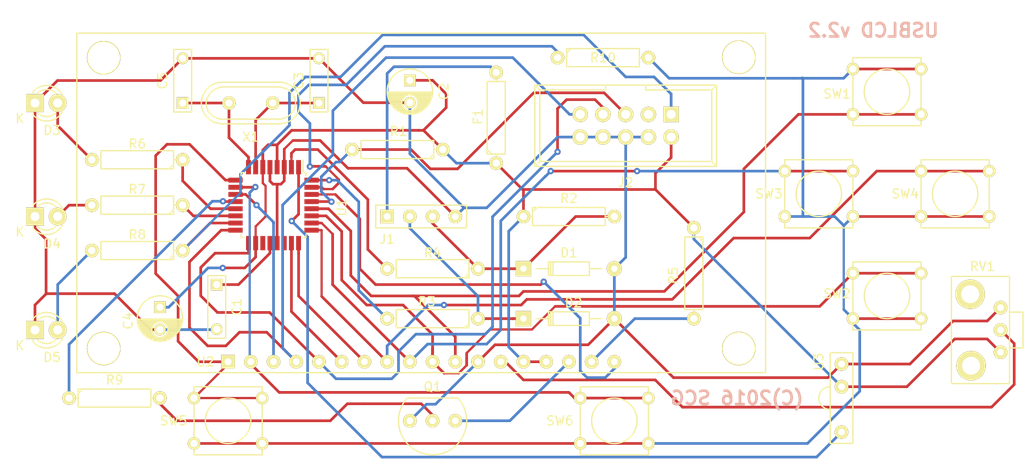
<source format=kicad_pcb>
(kicad_pcb (version 4) (host pcbnew 4.0.2-stable)

  (general
    (links 101)
    (no_connects 0)
    (area 101.499999 79.909999 216.135001 132.180001)
    (thickness 1.6)
    (drawings 10)
    (tracks 441)
    (zones 0)
    (modules 35)
    (nets 38)
  )

  (page A4)
  (layers
    (0 F.Cu signal)
    (31 B.Cu signal)
    (32 B.Adhes user)
    (33 F.Adhes user)
    (34 B.Paste user)
    (35 F.Paste user)
    (36 B.SilkS user)
    (37 F.SilkS user)
    (38 B.Mask user hide)
    (39 F.Mask user hide)
    (40 Dwgs.User user hide)
    (41 Cmts.User user hide)
    (42 Eco1.User user hide)
    (43 Eco2.User user hide)
    (44 Edge.Cuts user hide)
    (45 Margin user)
    (46 B.CrtYd user hide)
    (47 F.CrtYd user hide)
    (48 B.Fab user hide)
    (49 F.Fab user hide)
  )

  (setup
    (last_trace_width 0.25)
    (trace_clearance 0.2)
    (zone_clearance 0.508)
    (zone_45_only no)
    (trace_min 0.2)
    (segment_width 0.2)
    (edge_width 0.1)
    (via_size 0.7)
    (via_drill 0.3)
    (via_min_size 0.4)
    (via_min_drill 0.3)
    (uvia_size 0.7)
    (uvia_drill 0.3)
    (uvias_allowed no)
    (uvia_min_size 0.2)
    (uvia_min_drill 0.1)
    (pcb_text_width 0.3)
    (pcb_text_size 1.5 1.5)
    (mod_edge_width 0.15)
    (mod_text_size 1 1)
    (mod_text_width 0.15)
    (pad_size 1.5 1.5)
    (pad_drill 0.6)
    (pad_to_mask_clearance 0)
    (aux_axis_origin 0 0)
    (visible_elements 7FFFFFFF)
    (pcbplotparams
      (layerselection 0x020f0_80000001)
      (usegerberextensions false)
      (excludeedgelayer true)
      (linewidth 0.100000)
      (plotframeref false)
      (viasonmask false)
      (mode 1)
      (useauxorigin false)
      (hpglpennumber 1)
      (hpglpenspeed 20)
      (hpglpendiameter 15)
      (hpglpenoverlay 2)
      (psnegative false)
      (psa4output false)
      (plotreference true)
      (plotvalue true)
      (plotinvisibletext false)
      (padsonsilk false)
      (subtractmaskfromsilk false)
      (outputformat 1)
      (mirror false)
      (drillshape 0)
      (scaleselection 1)
      (outputdirectory ""))
  )

  (net 0 "")
  (net 1 /KEY_CS)
  (net 2 "Net-(C1-Pad1)")
  (net 3 GND)
  (net 4 VCC)
  (net 5 "Net-(C3-Pad1)")
  (net 6 "Net-(C5-Pad1)")
  (net 7 "Net-(F1-Pad2)")
  (net 8 /RW)
  (net 9 /E)
  (net 10 /LCD_CS)
  (net 11 /A0)
  (net 12 /DB0)
  (net 13 /DB1)
  (net 14 /DB2)
  (net 15 /DB3)
  (net 16 /DB4)
  (net 17 /DB5)
  (net 18 /DB6)
  (net 19 /DB7)
  (net 20 D+)
  (net 21 D-)
  (net 22 "Net-(Q1-Pad2)")
  (net 23 "Net-(D3-Pad2)")
  (net 24 "Net-(D4-Pad2)")
  (net 25 "Net-(D5-Pad2)")
  (net 26 "Net-(J2-Pad1)")
  (net 27 "Net-(J2-Pad5)")
  (net 28 "Net-(Q1-Pad1)")
  (net 29 "Net-(R3-Pad2)")
  (net 30 "Net-(R4-Pad2)")
  (net 31 "Net-(R5-Pad2)")
  (net 32 "Net-(R6-Pad1)")
  (net 33 "Net-(R7-Pad1)")
  (net 34 "Net-(R9-Pad1)")
  (net 35 "Net-(R10-Pad2)")
  (net 36 "Net-(U1-Pad1)")
  (net 37 "Net-(RV1-Pad2)")

  (net_class Default "Это класс цепей по умолчанию."
    (clearance 0.2)
    (trace_width 0.25)
    (via_dia 0.7)
    (via_drill 0.3)
    (uvia_dia 0.7)
    (uvia_drill 0.3)
    (add_net /A0)
    (add_net /DB0)
    (add_net /DB1)
    (add_net /DB2)
    (add_net /DB3)
    (add_net /DB4)
    (add_net /DB5)
    (add_net /DB6)
    (add_net /DB7)
    (add_net /E)
    (add_net /KEY_CS)
    (add_net /LCD_CS)
    (add_net /RW)
    (add_net D+)
    (add_net D-)
    (add_net GND)
    (add_net "Net-(C1-Pad1)")
    (add_net "Net-(C3-Pad1)")
    (add_net "Net-(C5-Pad1)")
    (add_net "Net-(D3-Pad2)")
    (add_net "Net-(D4-Pad2)")
    (add_net "Net-(D5-Pad2)")
    (add_net "Net-(F1-Pad2)")
    (add_net "Net-(J2-Pad1)")
    (add_net "Net-(J2-Pad5)")
    (add_net "Net-(Q1-Pad1)")
    (add_net "Net-(Q1-Pad2)")
    (add_net "Net-(R10-Pad2)")
    (add_net "Net-(R3-Pad2)")
    (add_net "Net-(R4-Pad2)")
    (add_net "Net-(R5-Pad2)")
    (add_net "Net-(R6-Pad1)")
    (add_net "Net-(R7-Pad1)")
    (add_net "Net-(R9-Pad1)")
    (add_net "Net-(RV1-Pad2)")
    (add_net "Net-(U1-Pad1)")
    (add_net VCC)
  )

  (module Buttons_Switches_ThroughHole:SW_PUSH_SMALL (layer F.Cu) (tedit 571DB1DF) (tstamp 571CA419)
    (at 200.66 90.17 180)
    (path /52D17EFA)
    (fp_text reference SW1 (at 5.588 -0.254 180) (layer F.SilkS)
      (effects (font (size 1 1) (thickness 0.15)))
    )
    (fp_text value SW_PUSH_UP (at 0 -4.826 180) (layer F.Fab)
      (effects (font (size 1 1) (thickness 0.15)))
    )
    (fp_circle (center 0 0) (end 0 -2.54) (layer F.SilkS) (width 0.15))
    (fp_line (start -3.81 -3.81) (end 3.81 -3.81) (layer F.SilkS) (width 0.15))
    (fp_line (start 3.81 -3.81) (end 3.81 3.81) (layer F.SilkS) (width 0.15))
    (fp_line (start 3.81 3.81) (end -3.81 3.81) (layer F.SilkS) (width 0.15))
    (fp_line (start -3.81 -3.81) (end -3.81 3.81) (layer F.SilkS) (width 0.15))
    (pad 1 thru_hole circle (at 3.81 -2.54 180) (size 1.397 1.397) (drill 0.8128) (layers *.Cu *.Mask F.SilkS)
      (net 12 /DB0))
    (pad 2 thru_hole circle (at 3.81 2.54 180) (size 1.397 1.397) (drill 0.8128) (layers *.Cu *.Mask F.SilkS)
      (net 35 "Net-(R10-Pad2)"))
    (pad 1 thru_hole circle (at -3.81 -2.54 180) (size 1.397 1.397) (drill 0.8128) (layers *.Cu *.Mask F.SilkS)
      (net 12 /DB0))
    (pad 2 thru_hole circle (at -3.81 2.54 180) (size 1.397 1.397) (drill 0.8128) (layers *.Cu *.Mask F.SilkS)
      (net 35 "Net-(R10-Pad2)"))
  )

  (module Capacitors_ThroughHole:C_Rect_L7_W2_P5 (layer F.Cu) (tedit 571DB185) (tstamp 571CA365)
    (at 125.73 111.76 270)
    (descr "Film Capacitor Length 7 x Width 2mm, Pitch 5mm")
    (tags Capacitor)
    (path /51B82AA5)
    (fp_text reference C1 (at 2.5 -2.25 270) (layer F.SilkS)
      (effects (font (size 1 1) (thickness 0.15)))
    )
    (fp_text value 100nF (at 2.54 -0.254 270) (layer F.Fab)
      (effects (font (size 1 1) (thickness 0.15)))
    )
    (fp_line (start -1.25 -1.25) (end 6.25 -1.25) (layer F.CrtYd) (width 0.05))
    (fp_line (start 6.25 -1.25) (end 6.25 1.25) (layer F.CrtYd) (width 0.05))
    (fp_line (start 6.25 1.25) (end -1.25 1.25) (layer F.CrtYd) (width 0.05))
    (fp_line (start -1.25 1.25) (end -1.25 -1.25) (layer F.CrtYd) (width 0.05))
    (fp_line (start -1 -1) (end 6 -1) (layer F.SilkS) (width 0.15))
    (fp_line (start 6 -1) (end 6 1) (layer F.SilkS) (width 0.15))
    (fp_line (start 6 1) (end -1 1) (layer F.SilkS) (width 0.15))
    (fp_line (start -1 1) (end -1 -1) (layer F.SilkS) (width 0.15))
    (pad 1 thru_hole rect (at 0 0 270) (size 1.3 1.3) (drill 0.8) (layers *.Cu *.Mask F.SilkS)
      (net 2 "Net-(C1-Pad1)"))
    (pad 2 thru_hole circle (at 5 0 270) (size 1.3 1.3) (drill 0.8) (layers *.Cu *.Mask F.SilkS)
      (net 3 GND))
    (model Capacitors_ThroughHole.3dshapes/C_Rect_L7_W2_P5.wrl
      (at (xyz 0.098425 0 0))
      (scale (xyz 1 1 1))
      (rotate (xyz 0 0 0))
    )
  )

  (module Capacitors_ThroughHole:C_Radial_D5_L11_P2.5 (layer F.Cu) (tedit 0) (tstamp 571CA36B)
    (at 147.32 88.9 270)
    (descr "Radial Electrolytic Capacitor Diameter 5mm x Length 11mm, Pitch 2.5mm")
    (tags "Electrolytic Capacitor")
    (path /51B82EED)
    (fp_text reference C2 (at 1.25 -3.8 270) (layer F.SilkS)
      (effects (font (size 1 1) (thickness 0.15)))
    )
    (fp_text value 10mF (at 1.25 3.8 270) (layer F.Fab)
      (effects (font (size 1 1) (thickness 0.15)))
    )
    (fp_line (start 1.325 -2.499) (end 1.325 2.499) (layer F.SilkS) (width 0.15))
    (fp_line (start 1.465 -2.491) (end 1.465 2.491) (layer F.SilkS) (width 0.15))
    (fp_line (start 1.605 -2.475) (end 1.605 -0.095) (layer F.SilkS) (width 0.15))
    (fp_line (start 1.605 0.095) (end 1.605 2.475) (layer F.SilkS) (width 0.15))
    (fp_line (start 1.745 -2.451) (end 1.745 -0.49) (layer F.SilkS) (width 0.15))
    (fp_line (start 1.745 0.49) (end 1.745 2.451) (layer F.SilkS) (width 0.15))
    (fp_line (start 1.885 -2.418) (end 1.885 -0.657) (layer F.SilkS) (width 0.15))
    (fp_line (start 1.885 0.657) (end 1.885 2.418) (layer F.SilkS) (width 0.15))
    (fp_line (start 2.025 -2.377) (end 2.025 -0.764) (layer F.SilkS) (width 0.15))
    (fp_line (start 2.025 0.764) (end 2.025 2.377) (layer F.SilkS) (width 0.15))
    (fp_line (start 2.165 -2.327) (end 2.165 -0.835) (layer F.SilkS) (width 0.15))
    (fp_line (start 2.165 0.835) (end 2.165 2.327) (layer F.SilkS) (width 0.15))
    (fp_line (start 2.305 -2.266) (end 2.305 -0.879) (layer F.SilkS) (width 0.15))
    (fp_line (start 2.305 0.879) (end 2.305 2.266) (layer F.SilkS) (width 0.15))
    (fp_line (start 2.445 -2.196) (end 2.445 -0.898) (layer F.SilkS) (width 0.15))
    (fp_line (start 2.445 0.898) (end 2.445 2.196) (layer F.SilkS) (width 0.15))
    (fp_line (start 2.585 -2.114) (end 2.585 -0.896) (layer F.SilkS) (width 0.15))
    (fp_line (start 2.585 0.896) (end 2.585 2.114) (layer F.SilkS) (width 0.15))
    (fp_line (start 2.725 -2.019) (end 2.725 -0.871) (layer F.SilkS) (width 0.15))
    (fp_line (start 2.725 0.871) (end 2.725 2.019) (layer F.SilkS) (width 0.15))
    (fp_line (start 2.865 -1.908) (end 2.865 -0.823) (layer F.SilkS) (width 0.15))
    (fp_line (start 2.865 0.823) (end 2.865 1.908) (layer F.SilkS) (width 0.15))
    (fp_line (start 3.005 -1.78) (end 3.005 -0.745) (layer F.SilkS) (width 0.15))
    (fp_line (start 3.005 0.745) (end 3.005 1.78) (layer F.SilkS) (width 0.15))
    (fp_line (start 3.145 -1.631) (end 3.145 -0.628) (layer F.SilkS) (width 0.15))
    (fp_line (start 3.145 0.628) (end 3.145 1.631) (layer F.SilkS) (width 0.15))
    (fp_line (start 3.285 -1.452) (end 3.285 -0.44) (layer F.SilkS) (width 0.15))
    (fp_line (start 3.285 0.44) (end 3.285 1.452) (layer F.SilkS) (width 0.15))
    (fp_line (start 3.425 -1.233) (end 3.425 1.233) (layer F.SilkS) (width 0.15))
    (fp_line (start 3.565 -0.944) (end 3.565 0.944) (layer F.SilkS) (width 0.15))
    (fp_line (start 3.705 -0.472) (end 3.705 0.472) (layer F.SilkS) (width 0.15))
    (fp_circle (center 2.5 0) (end 2.5 -0.9) (layer F.SilkS) (width 0.15))
    (fp_circle (center 1.25 0) (end 1.25 -2.5375) (layer F.SilkS) (width 0.15))
    (fp_circle (center 1.25 0) (end 1.25 -2.8) (layer F.CrtYd) (width 0.05))
    (pad 1 thru_hole rect (at 0 0 270) (size 1.3 1.3) (drill 0.8) (layers *.Cu *.Mask F.SilkS)
      (net 4 VCC))
    (pad 2 thru_hole circle (at 2.5 0 270) (size 1.3 1.3) (drill 0.8) (layers *.Cu *.Mask F.SilkS)
      (net 3 GND))
    (model Capacitors_ThroughHole.3dshapes/C_Radial_D5_L11_P2.5.wrl
      (at (xyz 0.049213 0 0))
      (scale (xyz 1 1 1))
      (rotate (xyz 0 0 90))
    )
  )

  (module Capacitors_ThroughHole:C_Rect_L7_W2_P5 (layer F.Cu) (tedit 571DB15D) (tstamp 571CA371)
    (at 137.16 91.44 90)
    (descr "Film Capacitor Length 7 x Width 2mm, Pitch 5mm")
    (tags Capacitor)
    (path /51B82743)
    (fp_text reference C3 (at 2.5 -2.25 90) (layer F.SilkS)
      (effects (font (size 1 1) (thickness 0.15)))
    )
    (fp_text value 22p (at 2.54 0 90) (layer F.Fab)
      (effects (font (size 1 1) (thickness 0.15)))
    )
    (fp_line (start -1.25 -1.25) (end 6.25 -1.25) (layer F.CrtYd) (width 0.05))
    (fp_line (start 6.25 -1.25) (end 6.25 1.25) (layer F.CrtYd) (width 0.05))
    (fp_line (start 6.25 1.25) (end -1.25 1.25) (layer F.CrtYd) (width 0.05))
    (fp_line (start -1.25 1.25) (end -1.25 -1.25) (layer F.CrtYd) (width 0.05))
    (fp_line (start -1 -1) (end 6 -1) (layer F.SilkS) (width 0.15))
    (fp_line (start 6 -1) (end 6 1) (layer F.SilkS) (width 0.15))
    (fp_line (start 6 1) (end -1 1) (layer F.SilkS) (width 0.15))
    (fp_line (start -1 1) (end -1 -1) (layer F.SilkS) (width 0.15))
    (pad 1 thru_hole rect (at 0 0 90) (size 1.3 1.3) (drill 0.8) (layers *.Cu *.Mask F.SilkS)
      (net 5 "Net-(C3-Pad1)"))
    (pad 2 thru_hole circle (at 5 0 90) (size 1.3 1.3) (drill 0.8) (layers *.Cu *.Mask F.SilkS)
      (net 3 GND))
    (model Capacitors_ThroughHole.3dshapes/C_Rect_L7_W2_P5.wrl
      (at (xyz 0.098425 0 0))
      (scale (xyz 1 1 1))
      (rotate (xyz 0 0 0))
    )
  )

  (module Capacitors_ThroughHole:C_Radial_D5_L11_P2.5 (layer F.Cu) (tedit 571DB07C) (tstamp 571CA377)
    (at 119.38 114.3 270)
    (descr "Radial Electrolytic Capacitor Diameter 5mm x Length 11mm, Pitch 2.5mm")
    (tags "Electrolytic Capacitor")
    (path /51B82EE0)
    (fp_text reference C4 (at 1.524 3.556 270) (layer F.SilkS)
      (effects (font (size 1 1) (thickness 0.15)))
    )
    (fp_text value 10mF (at 1.25 3.8 270) (layer F.Fab)
      (effects (font (size 1 1) (thickness 0.15)))
    )
    (fp_line (start 1.325 -2.499) (end 1.325 2.499) (layer F.SilkS) (width 0.15))
    (fp_line (start 1.465 -2.491) (end 1.465 2.491) (layer F.SilkS) (width 0.15))
    (fp_line (start 1.605 -2.475) (end 1.605 -0.095) (layer F.SilkS) (width 0.15))
    (fp_line (start 1.605 0.095) (end 1.605 2.475) (layer F.SilkS) (width 0.15))
    (fp_line (start 1.745 -2.451) (end 1.745 -0.49) (layer F.SilkS) (width 0.15))
    (fp_line (start 1.745 0.49) (end 1.745 2.451) (layer F.SilkS) (width 0.15))
    (fp_line (start 1.885 -2.418) (end 1.885 -0.657) (layer F.SilkS) (width 0.15))
    (fp_line (start 1.885 0.657) (end 1.885 2.418) (layer F.SilkS) (width 0.15))
    (fp_line (start 2.025 -2.377) (end 2.025 -0.764) (layer F.SilkS) (width 0.15))
    (fp_line (start 2.025 0.764) (end 2.025 2.377) (layer F.SilkS) (width 0.15))
    (fp_line (start 2.165 -2.327) (end 2.165 -0.835) (layer F.SilkS) (width 0.15))
    (fp_line (start 2.165 0.835) (end 2.165 2.327) (layer F.SilkS) (width 0.15))
    (fp_line (start 2.305 -2.266) (end 2.305 -0.879) (layer F.SilkS) (width 0.15))
    (fp_line (start 2.305 0.879) (end 2.305 2.266) (layer F.SilkS) (width 0.15))
    (fp_line (start 2.445 -2.196) (end 2.445 -0.898) (layer F.SilkS) (width 0.15))
    (fp_line (start 2.445 0.898) (end 2.445 2.196) (layer F.SilkS) (width 0.15))
    (fp_line (start 2.585 -2.114) (end 2.585 -0.896) (layer F.SilkS) (width 0.15))
    (fp_line (start 2.585 0.896) (end 2.585 2.114) (layer F.SilkS) (width 0.15))
    (fp_line (start 2.725 -2.019) (end 2.725 -0.871) (layer F.SilkS) (width 0.15))
    (fp_line (start 2.725 0.871) (end 2.725 2.019) (layer F.SilkS) (width 0.15))
    (fp_line (start 2.865 -1.908) (end 2.865 -0.823) (layer F.SilkS) (width 0.15))
    (fp_line (start 2.865 0.823) (end 2.865 1.908) (layer F.SilkS) (width 0.15))
    (fp_line (start 3.005 -1.78) (end 3.005 -0.745) (layer F.SilkS) (width 0.15))
    (fp_line (start 3.005 0.745) (end 3.005 1.78) (layer F.SilkS) (width 0.15))
    (fp_line (start 3.145 -1.631) (end 3.145 -0.628) (layer F.SilkS) (width 0.15))
    (fp_line (start 3.145 0.628) (end 3.145 1.631) (layer F.SilkS) (width 0.15))
    (fp_line (start 3.285 -1.452) (end 3.285 -0.44) (layer F.SilkS) (width 0.15))
    (fp_line (start 3.285 0.44) (end 3.285 1.452) (layer F.SilkS) (width 0.15))
    (fp_line (start 3.425 -1.233) (end 3.425 1.233) (layer F.SilkS) (width 0.15))
    (fp_line (start 3.565 -0.944) (end 3.565 0.944) (layer F.SilkS) (width 0.15))
    (fp_line (start 3.705 -0.472) (end 3.705 0.472) (layer F.SilkS) (width 0.15))
    (fp_circle (center 2.5 0) (end 2.5 -0.9) (layer F.SilkS) (width 0.15))
    (fp_circle (center 1.25 0) (end 1.25 -2.5375) (layer F.SilkS) (width 0.15))
    (fp_circle (center 1.25 0) (end 1.25 -2.8) (layer F.CrtYd) (width 0.05))
    (pad 1 thru_hole rect (at 0 0 270) (size 1.3 1.3) (drill 0.8) (layers *.Cu *.Mask F.SilkS)
      (net 4 VCC))
    (pad 2 thru_hole circle (at 2.5 0 270) (size 1.3 1.3) (drill 0.8) (layers *.Cu *.Mask F.SilkS)
      (net 3 GND))
    (model Capacitors_ThroughHole.3dshapes/C_Radial_D5_L11_P2.5.wrl
      (at (xyz 0.049213 0 0))
      (scale (xyz 1 1 1))
      (rotate (xyz 0 0 90))
    )
  )

  (module Capacitors_ThroughHole:C_Rect_L7_W2_P5 (layer F.Cu) (tedit 571DB164) (tstamp 571CA37D)
    (at 121.92 91.44 90)
    (descr "Film Capacitor Length 7 x Width 2mm, Pitch 5mm")
    (tags Capacitor)
    (path /51B82752)
    (fp_text reference C5 (at 2.5 -2.25 90) (layer F.SilkS)
      (effects (font (size 1 1) (thickness 0.15)))
    )
    (fp_text value 22p (at 2.54 0 90) (layer F.Fab)
      (effects (font (size 1 1) (thickness 0.15)))
    )
    (fp_line (start -1.25 -1.25) (end 6.25 -1.25) (layer F.CrtYd) (width 0.05))
    (fp_line (start 6.25 -1.25) (end 6.25 1.25) (layer F.CrtYd) (width 0.05))
    (fp_line (start 6.25 1.25) (end -1.25 1.25) (layer F.CrtYd) (width 0.05))
    (fp_line (start -1.25 1.25) (end -1.25 -1.25) (layer F.CrtYd) (width 0.05))
    (fp_line (start -1 -1) (end 6 -1) (layer F.SilkS) (width 0.15))
    (fp_line (start 6 -1) (end 6 1) (layer F.SilkS) (width 0.15))
    (fp_line (start 6 1) (end -1 1) (layer F.SilkS) (width 0.15))
    (fp_line (start -1 1) (end -1 -1) (layer F.SilkS) (width 0.15))
    (pad 1 thru_hole rect (at 0 0 90) (size 1.3 1.3) (drill 0.8) (layers *.Cu *.Mask F.SilkS)
      (net 6 "Net-(C5-Pad1)"))
    (pad 2 thru_hole circle (at 5 0 90) (size 1.3 1.3) (drill 0.8) (layers *.Cu *.Mask F.SilkS)
      (net 3 GND))
    (model Capacitors_ThroughHole.3dshapes/C_Rect_L7_W2_P5.wrl
      (at (xyz 0.098425 0 0))
      (scale (xyz 1 1 1))
      (rotate (xyz 0 0 0))
    )
  )

  (module Connect:IDC_Header_Straight_10pins (layer F.Cu) (tedit 0) (tstamp 571CA3B5)
    (at 176.53 92.71 180)
    (descr "10 pins through hole IDC header")
    (tags "IDC header socket VASCH")
    (path /52D16C40)
    (fp_text reference J2 (at 5.08 -7.62 180) (layer F.SilkS)
      (effects (font (size 1 1) (thickness 0.15)))
    )
    (fp_text value AVR-ISP-10 (at 5.08 5.223 180) (layer F.Fab)
      (effects (font (size 1 1) (thickness 0.15)))
    )
    (fp_line (start -5.08 -5.82) (end 15.24 -5.82) (layer F.SilkS) (width 0.15))
    (fp_line (start -4.54 -5.27) (end 14.68 -5.27) (layer F.SilkS) (width 0.15))
    (fp_line (start -5.08 3.28) (end 15.24 3.28) (layer F.SilkS) (width 0.15))
    (fp_line (start -4.54 2.73) (end 2.83 2.73) (layer F.SilkS) (width 0.15))
    (fp_line (start 7.33 2.73) (end 14.68 2.73) (layer F.SilkS) (width 0.15))
    (fp_line (start 2.83 2.73) (end 2.83 3.28) (layer F.SilkS) (width 0.15))
    (fp_line (start 7.33 2.73) (end 7.33 3.28) (layer F.SilkS) (width 0.15))
    (fp_line (start -5.08 -5.82) (end -5.08 3.28) (layer F.SilkS) (width 0.15))
    (fp_line (start -4.54 -5.27) (end -4.54 2.73) (layer F.SilkS) (width 0.15))
    (fp_line (start 15.24 -5.82) (end 15.24 3.28) (layer F.SilkS) (width 0.15))
    (fp_line (start 14.68 -5.27) (end 14.68 2.73) (layer F.SilkS) (width 0.15))
    (fp_line (start -5.08 -5.82) (end -4.54 -5.27) (layer F.SilkS) (width 0.15))
    (fp_line (start 15.24 -5.82) (end 14.68 -5.27) (layer F.SilkS) (width 0.15))
    (fp_line (start -5.08 3.28) (end -4.54 2.73) (layer F.SilkS) (width 0.15))
    (fp_line (start 15.24 3.28) (end 14.68 2.73) (layer F.SilkS) (width 0.15))
    (fp_line (start -5.35 -6.05) (end 15.5 -6.05) (layer F.CrtYd) (width 0.05))
    (fp_line (start 15.5 -6.05) (end 15.5 3.55) (layer F.CrtYd) (width 0.05))
    (fp_line (start 15.5 3.55) (end -5.35 3.55) (layer F.CrtYd) (width 0.05))
    (fp_line (start -5.35 3.55) (end -5.35 -6.05) (layer F.CrtYd) (width 0.05))
    (pad 1 thru_hole rect (at 0 0 180) (size 1.7272 1.7272) (drill 1.016) (layers *.Cu *.Mask F.SilkS)
      (net 26 "Net-(J2-Pad1)"))
    (pad 2 thru_hole oval (at 0 -2.54 180) (size 1.7272 1.7272) (drill 1.016) (layers *.Cu *.Mask F.SilkS)
      (net 4 VCC))
    (pad 3 thru_hole oval (at 2.54 0 180) (size 1.7272 1.7272) (drill 1.016) (layers *.Cu *.Mask F.SilkS))
    (pad 4 thru_hole oval (at 2.54 -2.54 180) (size 1.7272 1.7272) (drill 1.016) (layers *.Cu *.Mask F.SilkS)
      (net 3 GND))
    (pad 5 thru_hole oval (at 5.08 0 180) (size 1.7272 1.7272) (drill 1.016) (layers *.Cu *.Mask F.SilkS)
      (net 27 "Net-(J2-Pad5)"))
    (pad 6 thru_hole oval (at 5.08 -2.54 180) (size 1.7272 1.7272) (drill 1.016) (layers *.Cu *.Mask F.SilkS)
      (net 3 GND))
    (pad 7 thru_hole oval (at 7.62 0 180) (size 1.7272 1.7272) (drill 1.016) (layers *.Cu *.Mask F.SilkS)
      (net 11 /A0))
    (pad 8 thru_hole oval (at 7.62 -2.54 180) (size 1.7272 1.7272) (drill 1.016) (layers *.Cu *.Mask F.SilkS)
      (net 3 GND))
    (pad 9 thru_hole oval (at 10.16 0 180) (size 1.7272 1.7272) (drill 1.016) (layers *.Cu *.Mask F.SilkS)
      (net 19 /DB7))
    (pad 10 thru_hole oval (at 10.16 -2.54 180) (size 1.7272 1.7272) (drill 1.016) (layers *.Cu *.Mask F.SilkS)
      (net 3 GND))
  )

  (module Buttons_Switches_ThroughHole:SW_PUSH_SMALL (layer F.Cu) (tedit 571DB1E4) (tstamp 571CA421)
    (at 200.66 113.03)
    (path /52D17F09)
    (fp_text reference SW2 (at -5.588 -0.254) (layer F.SilkS)
      (effects (font (size 1 1) (thickness 0.15)))
    )
    (fp_text value SW_PUSH_DOWN (at 0 4.826) (layer F.Fab)
      (effects (font (size 1 1) (thickness 0.15)))
    )
    (fp_circle (center 0 0) (end 0 -2.54) (layer F.SilkS) (width 0.15))
    (fp_line (start -3.81 -3.81) (end 3.81 -3.81) (layer F.SilkS) (width 0.15))
    (fp_line (start 3.81 -3.81) (end 3.81 3.81) (layer F.SilkS) (width 0.15))
    (fp_line (start 3.81 3.81) (end -3.81 3.81) (layer F.SilkS) (width 0.15))
    (fp_line (start -3.81 -3.81) (end -3.81 3.81) (layer F.SilkS) (width 0.15))
    (pad 1 thru_hole circle (at 3.81 -2.54) (size 1.397 1.397) (drill 0.8128) (layers *.Cu *.Mask F.SilkS)
      (net 13 /DB1))
    (pad 2 thru_hole circle (at 3.81 2.54) (size 1.397 1.397) (drill 0.8128) (layers *.Cu *.Mask F.SilkS)
      (net 35 "Net-(R10-Pad2)"))
    (pad 1 thru_hole circle (at -3.81 -2.54) (size 1.397 1.397) (drill 0.8128) (layers *.Cu *.Mask F.SilkS)
      (net 13 /DB1))
    (pad 2 thru_hole circle (at -3.81 2.54) (size 1.397 1.397) (drill 0.8128) (layers *.Cu *.Mask F.SilkS)
      (net 35 "Net-(R10-Pad2)"))
  )

  (module Buttons_Switches_ThroughHole:SW_PUSH_SMALL (layer F.Cu) (tedit 571DB1D9) (tstamp 571CA429)
    (at 193.04 101.6)
    (path /52D17F18)
    (fp_text reference SW3 (at -5.588 0) (layer F.SilkS)
      (effects (font (size 1 1) (thickness 0.15)))
    )
    (fp_text value SW_PUSH_OK (at 0 5.08) (layer F.Fab)
      (effects (font (size 1 1) (thickness 0.15)))
    )
    (fp_circle (center 0 0) (end 0 -2.54) (layer F.SilkS) (width 0.15))
    (fp_line (start -3.81 -3.81) (end 3.81 -3.81) (layer F.SilkS) (width 0.15))
    (fp_line (start 3.81 -3.81) (end 3.81 3.81) (layer F.SilkS) (width 0.15))
    (fp_line (start 3.81 3.81) (end -3.81 3.81) (layer F.SilkS) (width 0.15))
    (fp_line (start -3.81 -3.81) (end -3.81 3.81) (layer F.SilkS) (width 0.15))
    (pad 1 thru_hole circle (at 3.81 -2.54) (size 1.397 1.397) (drill 0.8128) (layers *.Cu *.Mask F.SilkS)
      (net 14 /DB2))
    (pad 2 thru_hole circle (at 3.81 2.54) (size 1.397 1.397) (drill 0.8128) (layers *.Cu *.Mask F.SilkS)
      (net 35 "Net-(R10-Pad2)"))
    (pad 1 thru_hole circle (at -3.81 -2.54) (size 1.397 1.397) (drill 0.8128) (layers *.Cu *.Mask F.SilkS)
      (net 14 /DB2))
    (pad 2 thru_hole circle (at -3.81 2.54) (size 1.397 1.397) (drill 0.8128) (layers *.Cu *.Mask F.SilkS)
      (net 35 "Net-(R10-Pad2)"))
  )

  (module Buttons_Switches_ThroughHole:SW_PUSH_SMALL (layer F.Cu) (tedit 571DB1D6) (tstamp 571CA431)
    (at 208.28 101.6)
    (path /52D17F27)
    (fp_text reference SW4 (at -5.588 0) (layer F.SilkS)
      (effects (font (size 1 1) (thickness 0.15)))
    )
    (fp_text value SW_PUSH_CANCEL (at 0.508 5.08) (layer F.Fab)
      (effects (font (size 1 1) (thickness 0.15)))
    )
    (fp_circle (center 0 0) (end 0 -2.54) (layer F.SilkS) (width 0.15))
    (fp_line (start -3.81 -3.81) (end 3.81 -3.81) (layer F.SilkS) (width 0.15))
    (fp_line (start 3.81 -3.81) (end 3.81 3.81) (layer F.SilkS) (width 0.15))
    (fp_line (start 3.81 3.81) (end -3.81 3.81) (layer F.SilkS) (width 0.15))
    (fp_line (start -3.81 -3.81) (end -3.81 3.81) (layer F.SilkS) (width 0.15))
    (pad 1 thru_hole circle (at 3.81 -2.54) (size 1.397 1.397) (drill 0.8128) (layers *.Cu *.Mask F.SilkS)
      (net 15 /DB3))
    (pad 2 thru_hole circle (at 3.81 2.54) (size 1.397 1.397) (drill 0.8128) (layers *.Cu *.Mask F.SilkS)
      (net 35 "Net-(R10-Pad2)"))
    (pad 1 thru_hole circle (at -3.81 -2.54) (size 1.397 1.397) (drill 0.8128) (layers *.Cu *.Mask F.SilkS)
      (net 15 /DB3))
    (pad 2 thru_hole circle (at -3.81 2.54) (size 1.397 1.397) (drill 0.8128) (layers *.Cu *.Mask F.SilkS)
      (net 35 "Net-(R10-Pad2)"))
  )

  (module Buttons_Switches_ThroughHole:SW_PUSH_SMALL (layer F.Cu) (tedit 571DB1F4) (tstamp 571CA439)
    (at 127 127)
    (path /52D17F36)
    (fp_text reference SW5 (at -6.096 0) (layer F.SilkS)
      (effects (font (size 1 1) (thickness 0.15)))
    )
    (fp_text value SW_PUSH_F1 (at 9.144 0) (layer F.Fab)
      (effects (font (size 1 1) (thickness 0.15)))
    )
    (fp_circle (center 0 0) (end 0 -2.54) (layer F.SilkS) (width 0.15))
    (fp_line (start -3.81 -3.81) (end 3.81 -3.81) (layer F.SilkS) (width 0.15))
    (fp_line (start 3.81 -3.81) (end 3.81 3.81) (layer F.SilkS) (width 0.15))
    (fp_line (start 3.81 3.81) (end -3.81 3.81) (layer F.SilkS) (width 0.15))
    (fp_line (start -3.81 -3.81) (end -3.81 3.81) (layer F.SilkS) (width 0.15))
    (pad 1 thru_hole circle (at 3.81 -2.54) (size 1.397 1.397) (drill 0.8128) (layers *.Cu *.Mask F.SilkS)
      (net 16 /DB4))
    (pad 2 thru_hole circle (at 3.81 2.54) (size 1.397 1.397) (drill 0.8128) (layers *.Cu *.Mask F.SilkS)
      (net 35 "Net-(R10-Pad2)"))
    (pad 1 thru_hole circle (at -3.81 -2.54) (size 1.397 1.397) (drill 0.8128) (layers *.Cu *.Mask F.SilkS)
      (net 16 /DB4))
    (pad 2 thru_hole circle (at -3.81 2.54) (size 1.397 1.397) (drill 0.8128) (layers *.Cu *.Mask F.SilkS)
      (net 35 "Net-(R10-Pad2)"))
  )

  (module Buttons_Switches_ThroughHole:SW_PUSH_SMALL (layer F.Cu) (tedit 571DB1ED) (tstamp 571CA441)
    (at 170.18 127)
    (path /52D17F45)
    (fp_text reference SW6 (at -6.096 0) (layer F.SilkS)
      (effects (font (size 1 1) (thickness 0.15)))
    )
    (fp_text value SW_PUSH_F2 (at 9.144 0) (layer F.Fab)
      (effects (font (size 1 1) (thickness 0.15)))
    )
    (fp_circle (center 0 0) (end 0 -2.54) (layer F.SilkS) (width 0.15))
    (fp_line (start -3.81 -3.81) (end 3.81 -3.81) (layer F.SilkS) (width 0.15))
    (fp_line (start 3.81 -3.81) (end 3.81 3.81) (layer F.SilkS) (width 0.15))
    (fp_line (start 3.81 3.81) (end -3.81 3.81) (layer F.SilkS) (width 0.15))
    (fp_line (start -3.81 -3.81) (end -3.81 3.81) (layer F.SilkS) (width 0.15))
    (pad 1 thru_hole circle (at 3.81 -2.54) (size 1.397 1.397) (drill 0.8128) (layers *.Cu *.Mask F.SilkS)
      (net 17 /DB5))
    (pad 2 thru_hole circle (at 3.81 2.54) (size 1.397 1.397) (drill 0.8128) (layers *.Cu *.Mask F.SilkS)
      (net 35 "Net-(R10-Pad2)"))
    (pad 1 thru_hole circle (at -3.81 -2.54) (size 1.397 1.397) (drill 0.8128) (layers *.Cu *.Mask F.SilkS)
      (net 17 /DB5))
    (pad 2 thru_hole circle (at -3.81 2.54) (size 1.397 1.397) (drill 0.8128) (layers *.Cu *.Mask F.SilkS)
      (net 35 "Net-(R10-Pad2)"))
  )

  (module Crystals:Crystal_HC49-U_Vertical (layer F.Cu) (tedit 571DB168) (tstamp 571CA454)
    (at 129.54 91.44 180)
    (descr "Crystal Quarz HC49/U vertical stehend")
    (tags "Crystal Quarz HC49/U vertical stehend")
    (path /51B82734)
    (fp_text reference X1 (at 0 -3.81 180) (layer F.SilkS)
      (effects (font (size 1 1) (thickness 0.15)))
    )
    (fp_text value 12MHz (at 0 2.032 180) (layer F.Fab)
      (effects (font (size 1 1) (thickness 0.15)))
    )
    (fp_line (start 4.699 -1.00076) (end 4.89966 -0.59944) (layer F.SilkS) (width 0.15))
    (fp_line (start 4.89966 -0.59944) (end 5.00126 0) (layer F.SilkS) (width 0.15))
    (fp_line (start 5.00126 0) (end 4.89966 0.50038) (layer F.SilkS) (width 0.15))
    (fp_line (start 4.89966 0.50038) (end 4.50088 1.19888) (layer F.SilkS) (width 0.15))
    (fp_line (start 4.50088 1.19888) (end 3.8989 1.6002) (layer F.SilkS) (width 0.15))
    (fp_line (start 3.8989 1.6002) (end 3.29946 1.80086) (layer F.SilkS) (width 0.15))
    (fp_line (start 3.29946 1.80086) (end -3.29946 1.80086) (layer F.SilkS) (width 0.15))
    (fp_line (start -3.29946 1.80086) (end -4.0005 1.6002) (layer F.SilkS) (width 0.15))
    (fp_line (start -4.0005 1.6002) (end -4.39928 1.30048) (layer F.SilkS) (width 0.15))
    (fp_line (start -4.39928 1.30048) (end -4.8006 0.8001) (layer F.SilkS) (width 0.15))
    (fp_line (start -4.8006 0.8001) (end -5.00126 0.20066) (layer F.SilkS) (width 0.15))
    (fp_line (start -5.00126 0.20066) (end -5.00126 -0.29972) (layer F.SilkS) (width 0.15))
    (fp_line (start -5.00126 -0.29972) (end -4.8006 -0.8001) (layer F.SilkS) (width 0.15))
    (fp_line (start -4.8006 -0.8001) (end -4.30022 -1.39954) (layer F.SilkS) (width 0.15))
    (fp_line (start -4.30022 -1.39954) (end -3.79984 -1.69926) (layer F.SilkS) (width 0.15))
    (fp_line (start -3.79984 -1.69926) (end -3.29946 -1.80086) (layer F.SilkS) (width 0.15))
    (fp_line (start -3.2004 -1.80086) (end 3.40106 -1.80086) (layer F.SilkS) (width 0.15))
    (fp_line (start 3.40106 -1.80086) (end 3.79984 -1.69926) (layer F.SilkS) (width 0.15))
    (fp_line (start 3.79984 -1.69926) (end 4.30022 -1.39954) (layer F.SilkS) (width 0.15))
    (fp_line (start 4.30022 -1.39954) (end 4.8006 -0.89916) (layer F.SilkS) (width 0.15))
    (fp_line (start -3.19024 -2.32918) (end -3.64998 -2.28092) (layer F.SilkS) (width 0.15))
    (fp_line (start -3.64998 -2.28092) (end -4.04876 -2.16916) (layer F.SilkS) (width 0.15))
    (fp_line (start -4.04876 -2.16916) (end -4.48056 -1.95072) (layer F.SilkS) (width 0.15))
    (fp_line (start -4.48056 -1.95072) (end -4.77012 -1.71958) (layer F.SilkS) (width 0.15))
    (fp_line (start -4.77012 -1.71958) (end -5.10032 -1.36906) (layer F.SilkS) (width 0.15))
    (fp_line (start -5.10032 -1.36906) (end -5.38988 -0.83058) (layer F.SilkS) (width 0.15))
    (fp_line (start -5.38988 -0.83058) (end -5.51942 -0.23114) (layer F.SilkS) (width 0.15))
    (fp_line (start -5.51942 -0.23114) (end -5.51942 0.2794) (layer F.SilkS) (width 0.15))
    (fp_line (start -5.51942 0.2794) (end -5.34924 0.98044) (layer F.SilkS) (width 0.15))
    (fp_line (start -5.34924 0.98044) (end -4.95046 1.56972) (layer F.SilkS) (width 0.15))
    (fp_line (start -4.95046 1.56972) (end -4.49072 1.94056) (layer F.SilkS) (width 0.15))
    (fp_line (start -4.49072 1.94056) (end -4.06908 2.14884) (layer F.SilkS) (width 0.15))
    (fp_line (start -4.06908 2.14884) (end -3.6195 2.30886) (layer F.SilkS) (width 0.15))
    (fp_line (start -3.6195 2.30886) (end -3.18008 2.33934) (layer F.SilkS) (width 0.15))
    (fp_line (start 4.16052 2.1209) (end 4.53898 1.89992) (layer F.SilkS) (width 0.15))
    (fp_line (start 4.53898 1.89992) (end 4.85902 1.62052) (layer F.SilkS) (width 0.15))
    (fp_line (start 4.85902 1.62052) (end 5.11048 1.29032) (layer F.SilkS) (width 0.15))
    (fp_line (start 5.11048 1.29032) (end 5.4102 0.73914) (layer F.SilkS) (width 0.15))
    (fp_line (start 5.4102 0.73914) (end 5.51942 0.26924) (layer F.SilkS) (width 0.15))
    (fp_line (start 5.51942 0.26924) (end 5.53974 -0.1905) (layer F.SilkS) (width 0.15))
    (fp_line (start 5.53974 -0.1905) (end 5.45084 -0.65024) (layer F.SilkS) (width 0.15))
    (fp_line (start 5.45084 -0.65024) (end 5.26034 -1.09982) (layer F.SilkS) (width 0.15))
    (fp_line (start 5.26034 -1.09982) (end 4.89966 -1.56972) (layer F.SilkS) (width 0.15))
    (fp_line (start 4.89966 -1.56972) (end 4.54914 -1.88976) (layer F.SilkS) (width 0.15))
    (fp_line (start 4.54914 -1.88976) (end 4.16052 -2.1209) (layer F.SilkS) (width 0.15))
    (fp_line (start 4.16052 -2.1209) (end 3.73126 -2.2606) (layer F.SilkS) (width 0.15))
    (fp_line (start 3.73126 -2.2606) (end 3.2893 -2.32918) (layer F.SilkS) (width 0.15))
    (fp_line (start -3.2004 2.32918) (end 3.2512 2.32918) (layer F.SilkS) (width 0.15))
    (fp_line (start 3.2512 2.32918) (end 3.6703 2.29108) (layer F.SilkS) (width 0.15))
    (fp_line (start 3.6703 2.29108) (end 4.16052 2.1209) (layer F.SilkS) (width 0.15))
    (fp_line (start -3.2004 -2.32918) (end 3.2512 -2.32918) (layer F.SilkS) (width 0.15))
    (pad 1 thru_hole circle (at -2.44094 0 180) (size 1.50114 1.50114) (drill 0.8001) (layers *.Cu *.Mask F.SilkS)
      (net 5 "Net-(C3-Pad1)"))
    (pad 2 thru_hole circle (at 2.44094 0 180) (size 1.50114 1.50114) (drill 0.8001) (layers *.Cu *.Mask F.SilkS)
      (net 6 "Net-(C5-Pad1)"))
  )

  (module usblcd:TO-92 (layer F.Cu) (tedit 571DB17E) (tstamp 571CAA40)
    (at 149.86 127 180)
    (path /52CC23DE)
    (fp_text reference Q1 (at 0 3.81 180) (layer F.SilkS)
      (effects (font (size 1 1) (thickness 0.15)))
    )
    (fp_text value BC547 (at 0 -2.032 180) (layer F.Fab)
      (effects (font (size 1 1) (thickness 0.15)))
    )
    (fp_line (start -2.8 2.54) (end 2.8 2.54) (layer F.SilkS) (width 0.15))
    (fp_arc (start 0 0) (end 3.81 0) (angle 42) (layer F.SilkS) (width 0.15))
    (fp_arc (start 0 0) (end -3.81 0) (angle -42) (layer F.SilkS) (width 0.15))
    (fp_arc (start 0 0) (end 0 -3.81) (angle 90) (layer F.SilkS) (width 0.15))
    (fp_arc (start 0 0) (end -3.81 0) (angle 90) (layer F.SilkS) (width 0.15))
    (pad 2 thru_hole circle (at 0 0 180) (size 1.524 1.524) (drill 0.762) (layers *.Cu *.Mask F.SilkS)
      (net 22 "Net-(Q1-Pad2)"))
    (pad 3 thru_hole circle (at 2.54 0 180) (size 1.524 1.524) (drill 0.762) (layers *.Cu *.Mask F.SilkS)
      (net 3 GND))
    (pad 1 thru_hole circle (at -2.54 0 180) (size 1.524 1.524) (drill 0.762) (layers *.Cu *.Mask F.SilkS)
      (net 28 "Net-(Q1-Pad1)"))
  )

  (module LEDs:LED-3MM (layer F.Cu) (tedit 559B82F6) (tstamp 571CAB03)
    (at 105.41 91.44)
    (descr "LED 3mm round vertical")
    (tags "LED  3mm round vertical")
    (path /52D17624)
    (fp_text reference D3 (at 1.91 3.06) (layer F.SilkS)
      (effects (font (size 1 1) (thickness 0.15)))
    )
    (fp_text value LED (at 1.3 -2.9) (layer F.Fab)
      (effects (font (size 1 1) (thickness 0.15)))
    )
    (fp_line (start -1.2 2.3) (end 3.8 2.3) (layer F.CrtYd) (width 0.05))
    (fp_line (start 3.8 2.3) (end 3.8 -2.2) (layer F.CrtYd) (width 0.05))
    (fp_line (start 3.8 -2.2) (end -1.2 -2.2) (layer F.CrtYd) (width 0.05))
    (fp_line (start -1.2 -2.2) (end -1.2 2.3) (layer F.CrtYd) (width 0.05))
    (fp_line (start -0.199 1.314) (end -0.199 1.114) (layer F.SilkS) (width 0.15))
    (fp_line (start -0.199 -1.28) (end -0.199 -1.1) (layer F.SilkS) (width 0.15))
    (fp_arc (start 1.301 0.034) (end -0.199 -1.286) (angle 108.5) (layer F.SilkS) (width 0.15))
    (fp_arc (start 1.301 0.034) (end 0.25 -1.1) (angle 85.7) (layer F.SilkS) (width 0.15))
    (fp_arc (start 1.311 0.034) (end 3.051 0.994) (angle 110) (layer F.SilkS) (width 0.15))
    (fp_arc (start 1.301 0.034) (end 2.335 1.094) (angle 87.5) (layer F.SilkS) (width 0.15))
    (fp_text user K (at -1.69 1.74) (layer F.SilkS)
      (effects (font (size 1 1) (thickness 0.15)))
    )
    (pad 1 thru_hole rect (at 0 0 90) (size 2 2) (drill 1.00076) (layers *.Cu *.Mask F.SilkS)
      (net 3 GND))
    (pad 2 thru_hole circle (at 2.54 0) (size 2 2) (drill 1.00076) (layers *.Cu *.Mask F.SilkS)
      (net 23 "Net-(D3-Pad2)"))
    (model LEDs.3dshapes/LED-3MM.wrl
      (at (xyz 0.05 0 0))
      (scale (xyz 1 1 1))
      (rotate (xyz 0 0 90))
    )
  )

  (module LEDs:LED-3MM (layer F.Cu) (tedit 559B82F6) (tstamp 571CAB09)
    (at 105.41 104.14)
    (descr "LED 3mm round vertical")
    (tags "LED  3mm round vertical")
    (path /52D17633)
    (fp_text reference D4 (at 1.91 3.06) (layer F.SilkS)
      (effects (font (size 1 1) (thickness 0.15)))
    )
    (fp_text value LED (at 1.3 -2.9) (layer F.Fab)
      (effects (font (size 1 1) (thickness 0.15)))
    )
    (fp_line (start -1.2 2.3) (end 3.8 2.3) (layer F.CrtYd) (width 0.05))
    (fp_line (start 3.8 2.3) (end 3.8 -2.2) (layer F.CrtYd) (width 0.05))
    (fp_line (start 3.8 -2.2) (end -1.2 -2.2) (layer F.CrtYd) (width 0.05))
    (fp_line (start -1.2 -2.2) (end -1.2 2.3) (layer F.CrtYd) (width 0.05))
    (fp_line (start -0.199 1.314) (end -0.199 1.114) (layer F.SilkS) (width 0.15))
    (fp_line (start -0.199 -1.28) (end -0.199 -1.1) (layer F.SilkS) (width 0.15))
    (fp_arc (start 1.301 0.034) (end -0.199 -1.286) (angle 108.5) (layer F.SilkS) (width 0.15))
    (fp_arc (start 1.301 0.034) (end 0.25 -1.1) (angle 85.7) (layer F.SilkS) (width 0.15))
    (fp_arc (start 1.311 0.034) (end 3.051 0.994) (angle 110) (layer F.SilkS) (width 0.15))
    (fp_arc (start 1.301 0.034) (end 2.335 1.094) (angle 87.5) (layer F.SilkS) (width 0.15))
    (fp_text user K (at -1.69 1.74) (layer F.SilkS)
      (effects (font (size 1 1) (thickness 0.15)))
    )
    (pad 1 thru_hole rect (at 0 0 90) (size 2 2) (drill 1.00076) (layers *.Cu *.Mask F.SilkS)
      (net 3 GND))
    (pad 2 thru_hole circle (at 2.54 0) (size 2 2) (drill 1.00076) (layers *.Cu *.Mask F.SilkS)
      (net 24 "Net-(D4-Pad2)"))
    (model LEDs.3dshapes/LED-3MM.wrl
      (at (xyz 0.05 0 0))
      (scale (xyz 1 1 1))
      (rotate (xyz 0 0 90))
    )
  )

  (module LEDs:LED-3MM (layer F.Cu) (tedit 559B82F6) (tstamp 571CAB0F)
    (at 105.41 116.84)
    (descr "LED 3mm round vertical")
    (tags "LED  3mm round vertical")
    (path /52D17642)
    (fp_text reference D5 (at 1.91 3.06) (layer F.SilkS)
      (effects (font (size 1 1) (thickness 0.15)))
    )
    (fp_text value LED (at 1.3 -2.9) (layer F.Fab)
      (effects (font (size 1 1) (thickness 0.15)))
    )
    (fp_line (start -1.2 2.3) (end 3.8 2.3) (layer F.CrtYd) (width 0.05))
    (fp_line (start 3.8 2.3) (end 3.8 -2.2) (layer F.CrtYd) (width 0.05))
    (fp_line (start 3.8 -2.2) (end -1.2 -2.2) (layer F.CrtYd) (width 0.05))
    (fp_line (start -1.2 -2.2) (end -1.2 2.3) (layer F.CrtYd) (width 0.05))
    (fp_line (start -0.199 1.314) (end -0.199 1.114) (layer F.SilkS) (width 0.15))
    (fp_line (start -0.199 -1.28) (end -0.199 -1.1) (layer F.SilkS) (width 0.15))
    (fp_arc (start 1.301 0.034) (end -0.199 -1.286) (angle 108.5) (layer F.SilkS) (width 0.15))
    (fp_arc (start 1.301 0.034) (end 0.25 -1.1) (angle 85.7) (layer F.SilkS) (width 0.15))
    (fp_arc (start 1.311 0.034) (end 3.051 0.994) (angle 110) (layer F.SilkS) (width 0.15))
    (fp_arc (start 1.301 0.034) (end 2.335 1.094) (angle 87.5) (layer F.SilkS) (width 0.15))
    (fp_text user K (at -1.69 1.74) (layer F.SilkS)
      (effects (font (size 1 1) (thickness 0.15)))
    )
    (pad 1 thru_hole rect (at 0 0 90) (size 2 2) (drill 1.00076) (layers *.Cu *.Mask F.SilkS)
      (net 3 GND))
    (pad 2 thru_hole circle (at 2.54 0) (size 2 2) (drill 1.00076) (layers *.Cu *.Mask F.SilkS)
      (net 25 "Net-(D5-Pad2)"))
    (model LEDs.3dshapes/LED-3MM.wrl
      (at (xyz 0.05 0 0))
      (scale (xyz 1 1 1))
      (rotate (xyz 0 0 90))
    )
  )

  (module Diodes_ThroughHole:Diode_DO-35_SOD27_Horizontal_RM10 (layer F.Cu) (tedit 571DB1FF) (tstamp 571CB2F5)
    (at 160.02 109.982)
    (descr "Diode, DO-35,  SOD27, Horizontal, RM 10mm")
    (tags "Diode, DO-35, SOD27, Horizontal, RM 10mm, 1N4148,")
    (path /51B824B5)
    (fp_text reference D1 (at 5.08 -1.778) (layer F.SilkS)
      (effects (font (size 1 1) (thickness 0.15)))
    )
    (fp_text value 3V6 (at 5.08 0.254) (layer F.Fab)
      (effects (font (size 1 1) (thickness 0.15)))
    )
    (fp_line (start 7.36652 -0.00254) (end 8.76352 -0.00254) (layer F.SilkS) (width 0.15))
    (fp_line (start 2.92152 -0.00254) (end 1.39752 -0.00254) (layer F.SilkS) (width 0.15))
    (fp_line (start 3.30252 -0.76454) (end 3.30252 0.75946) (layer F.SilkS) (width 0.15))
    (fp_line (start 3.04852 -0.76454) (end 3.04852 0.75946) (layer F.SilkS) (width 0.15))
    (fp_line (start 2.79452 -0.00254) (end 2.79452 0.75946) (layer F.SilkS) (width 0.15))
    (fp_line (start 2.79452 0.75946) (end 7.36652 0.75946) (layer F.SilkS) (width 0.15))
    (fp_line (start 7.36652 0.75946) (end 7.36652 -0.76454) (layer F.SilkS) (width 0.15))
    (fp_line (start 7.36652 -0.76454) (end 2.79452 -0.76454) (layer F.SilkS) (width 0.15))
    (fp_line (start 2.79452 -0.76454) (end 2.79452 -0.00254) (layer F.SilkS) (width 0.15))
    (pad 2 thru_hole circle (at 10.16052 -0.00254 180) (size 1.69926 1.69926) (drill 0.70104) (layers *.Cu *.Mask F.SilkS)
      (net 3 GND))
    (pad 1 thru_hole rect (at 0.00052 -0.00254 180) (size 1.69926 1.69926) (drill 0.70104) (layers *.Cu *.Mask F.SilkS)
      (net 21 D-))
    (model Diodes_ThroughHole.3dshapes/Diode_DO-35_SOD27_Horizontal_RM10.wrl
      (at (xyz 0.2 0 0))
      (scale (xyz 0.4 0.4 0.4))
      (rotate (xyz 0 0 180))
    )
  )

  (module Diodes_ThroughHole:Diode_DO-35_SOD27_Horizontal_RM10 (layer F.Cu) (tedit 571DB202) (tstamp 571CB2FB)
    (at 160.02 115.57)
    (descr "Diode, DO-35,  SOD27, Horizontal, RM 10mm")
    (tags "Diode, DO-35, SOD27, Horizontal, RM 10mm, 1N4148,")
    (path /51B824D0)
    (fp_text reference D2 (at 5.588 -1.778) (layer F.SilkS)
      (effects (font (size 1 1) (thickness 0.15)))
    )
    (fp_text value 3V6 (at 5.08 0.254) (layer F.Fab)
      (effects (font (size 1 1) (thickness 0.15)))
    )
    (fp_line (start 7.36652 -0.00254) (end 8.76352 -0.00254) (layer F.SilkS) (width 0.15))
    (fp_line (start 2.92152 -0.00254) (end 1.39752 -0.00254) (layer F.SilkS) (width 0.15))
    (fp_line (start 3.30252 -0.76454) (end 3.30252 0.75946) (layer F.SilkS) (width 0.15))
    (fp_line (start 3.04852 -0.76454) (end 3.04852 0.75946) (layer F.SilkS) (width 0.15))
    (fp_line (start 2.79452 -0.00254) (end 2.79452 0.75946) (layer F.SilkS) (width 0.15))
    (fp_line (start 2.79452 0.75946) (end 7.36652 0.75946) (layer F.SilkS) (width 0.15))
    (fp_line (start 7.36652 0.75946) (end 7.36652 -0.76454) (layer F.SilkS) (width 0.15))
    (fp_line (start 7.36652 -0.76454) (end 2.79452 -0.76454) (layer F.SilkS) (width 0.15))
    (fp_line (start 2.79452 -0.76454) (end 2.79452 -0.00254) (layer F.SilkS) (width 0.15))
    (pad 2 thru_hole circle (at 10.16052 -0.00254 180) (size 1.69926 1.69926) (drill 0.70104) (layers *.Cu *.Mask F.SilkS)
      (net 3 GND))
    (pad 1 thru_hole rect (at 0.00052 -0.00254 180) (size 1.69926 1.69926) (drill 0.70104) (layers *.Cu *.Mask F.SilkS)
      (net 20 D+))
    (model Diodes_ThroughHole.3dshapes/Diode_DO-35_SOD27_Horizontal_RM10.wrl
      (at (xyz 0.2 0 0))
      (scale (xyz 0.4 0.4 0.4))
      (rotate (xyz 0 0 180))
    )
  )

  (module usblcd:CON_DIP4 (layer F.Cu) (tedit 571DB1AB) (tstamp 571CB307)
    (at 144.78 104.14)
    (path /571D7D0D)
    (fp_text reference J1 (at 0 2.54) (layer F.SilkS)
      (effects (font (size 1 1) (thickness 0.15)))
    )
    (fp_text value CONN_01X04 (at 4.064 -2.54) (layer F.Fab)
      (effects (font (size 1 1) (thickness 0.15)))
    )
    (fp_line (start -1.27 -1.27) (end 8.89 -1.27) (layer F.SilkS) (width 0.15))
    (fp_line (start 8.89 -1.27) (end 8.89 1.27) (layer F.SilkS) (width 0.15))
    (fp_line (start 8.89 1.27) (end -1.27 1.27) (layer F.SilkS) (width 0.15))
    (fp_line (start -1.27 1.27) (end -1.27 -1.27) (layer F.SilkS) (width 0.15))
    (pad 1 thru_hole rect (at 0 0) (size 1.524 1.524) (drill 0.762) (layers *.Cu *.Mask F.SilkS)
      (net 7 "Net-(F1-Pad2)"))
    (pad 2 thru_hole circle (at 2.54 0) (size 1.524 1.524) (drill 0.762) (layers *.Cu *.Mask F.SilkS)
      (net 20 D+))
    (pad 3 thru_hole circle (at 5.08 0) (size 1.524 1.524) (drill 0.762) (layers *.Cu *.Mask F.SilkS)
      (net 21 D-))
    (pad 4 thru_hole circle (at 7.62 0) (size 1.524 1.524) (drill 0.762) (layers *.Cu *.Mask F.SilkS)
      (net 3 GND))
  )

  (module Housings_QFP:TQFP-32_7x7mm_Pitch0.8mm (layer F.Cu) (tedit 571DB0E8) (tstamp 571CB322)
    (at 132.08 102.87 270)
    (descr "32-Lead Plastic Thin Quad Flatpack (PT) - 7x7x1.0 mm Body, 2.00 mm [TQFP] (see Microchip Packaging Specification 00000049BS.pdf)")
    (tags "QFP 0.8")
    (path /51B825FE)
    (attr smd)
    (fp_text reference U1 (at 0.254 -7.62 270) (layer F.SilkS)
      (effects (font (size 1 1) (thickness 0.15)))
    )
    (fp_text value ATMEGA8-P (at 0 6.05 270) (layer F.Fab)
      (effects (font (size 1 1) (thickness 0.15)))
    )
    (fp_line (start -5.3 -5.3) (end -5.3 5.3) (layer F.CrtYd) (width 0.05))
    (fp_line (start 5.3 -5.3) (end 5.3 5.3) (layer F.CrtYd) (width 0.05))
    (fp_line (start -5.3 -5.3) (end 5.3 -5.3) (layer F.CrtYd) (width 0.05))
    (fp_line (start -5.3 5.3) (end 5.3 5.3) (layer F.CrtYd) (width 0.05))
    (fp_line (start -3.625 -3.625) (end -3.625 -3.3) (layer F.SilkS) (width 0.15))
    (fp_line (start 3.625 -3.625) (end 3.625 -3.3) (layer F.SilkS) (width 0.15))
    (fp_line (start 3.625 3.625) (end 3.625 3.3) (layer F.SilkS) (width 0.15))
    (fp_line (start -3.625 3.625) (end -3.625 3.3) (layer F.SilkS) (width 0.15))
    (fp_line (start -3.625 -3.625) (end -3.3 -3.625) (layer F.SilkS) (width 0.15))
    (fp_line (start -3.625 3.625) (end -3.3 3.625) (layer F.SilkS) (width 0.15))
    (fp_line (start 3.625 3.625) (end 3.3 3.625) (layer F.SilkS) (width 0.15))
    (fp_line (start 3.625 -3.625) (end 3.3 -3.625) (layer F.SilkS) (width 0.15))
    (fp_line (start -3.625 -3.3) (end -5.05 -3.3) (layer F.SilkS) (width 0.15))
    (pad 1 smd rect (at -4.25 -2.8 270) (size 1.6 0.55) (layers F.Cu F.Paste F.Mask)
      (net 36 "Net-(U1-Pad1)"))
    (pad 2 smd rect (at -4.25 -2 270) (size 1.6 0.55) (layers F.Cu F.Paste F.Mask)
      (net 30 "Net-(R4-Pad2)"))
    (pad 3 smd rect (at -4.25 -1.2 270) (size 1.6 0.55) (layers F.Cu F.Paste F.Mask)
      (net 3 GND))
    (pad 4 smd rect (at -4.25 -0.4 270) (size 1.6 0.55) (layers F.Cu F.Paste F.Mask)
      (net 4 VCC))
    (pad 5 smd rect (at -4.25 0.4 270) (size 1.6 0.55) (layers F.Cu F.Paste F.Mask)
      (net 3 GND))
    (pad 6 smd rect (at -4.25 1.2 270) (size 1.6 0.55) (layers F.Cu F.Paste F.Mask)
      (net 4 VCC))
    (pad 7 smd rect (at -4.25 2 270) (size 1.6 0.55) (layers F.Cu F.Paste F.Mask)
      (net 5 "Net-(C3-Pad1)"))
    (pad 8 smd rect (at -4.25 2.8 270) (size 1.6 0.55) (layers F.Cu F.Paste F.Mask)
      (net 6 "Net-(C5-Pad1)"))
    (pad 9 smd rect (at -2.8 4.25) (size 1.6 0.55) (layers F.Cu F.Paste F.Mask)
      (net 16 /DB4))
    (pad 10 smd rect (at -2 4.25) (size 1.6 0.55) (layers F.Cu F.Paste F.Mask)
      (net 17 /DB5))
    (pad 11 smd rect (at -1.2 4.25) (size 1.6 0.55) (layers F.Cu F.Paste F.Mask)
      (net 18 /DB6))
    (pad 12 smd rect (at -0.4 4.25) (size 1.6 0.55) (layers F.Cu F.Paste F.Mask)
      (net 34 "Net-(R9-Pad1)"))
    (pad 13 smd rect (at 0.4 4.25) (size 1.6 0.55) (layers F.Cu F.Paste F.Mask)
      (net 32 "Net-(R6-Pad1)"))
    (pad 14 smd rect (at 1.2 4.25) (size 1.6 0.55) (layers F.Cu F.Paste F.Mask)
      (net 33 "Net-(R7-Pad1)"))
    (pad 15 smd rect (at 2 4.25) (size 1.6 0.55) (layers F.Cu F.Paste F.Mask)
      (net 26 "Net-(J2-Pad1)"))
    (pad 16 smd rect (at 2.8 4.25) (size 1.6 0.55) (layers F.Cu F.Paste F.Mask)
      (net 19 /DB7))
    (pad 17 smd rect (at 4.25 2.8 270) (size 1.6 0.55) (layers F.Cu F.Paste F.Mask)
      (net 11 /A0))
    (pad 18 smd rect (at 4.25 2 270) (size 1.6 0.55) (layers F.Cu F.Paste F.Mask)
      (net 4 VCC))
    (pad 19 smd rect (at 4.25 1.2 270) (size 1.6 0.55) (layers F.Cu F.Paste F.Mask))
    (pad 20 smd rect (at 4.25 0.4 270) (size 1.6 0.55) (layers F.Cu F.Paste F.Mask)
      (net 2 "Net-(C1-Pad1)"))
    (pad 21 smd rect (at 4.25 -0.4 270) (size 1.6 0.55) (layers F.Cu F.Paste F.Mask)
      (net 3 GND))
    (pad 22 smd rect (at 4.25 -1.2 270) (size 1.6 0.55) (layers F.Cu F.Paste F.Mask))
    (pad 23 smd rect (at 4.25 -2 270) (size 1.6 0.55) (layers F.Cu F.Paste F.Mask)
      (net 8 /RW))
    (pad 24 smd rect (at 4.25 -2.8 270) (size 1.6 0.55) (layers F.Cu F.Paste F.Mask)
      (net 9 /E))
    (pad 25 smd rect (at 2.8 -4.25) (size 1.6 0.55) (layers F.Cu F.Paste F.Mask)
      (net 15 /DB3))
    (pad 26 smd rect (at 2 -4.25) (size 1.6 0.55) (layers F.Cu F.Paste F.Mask)
      (net 14 /DB2))
    (pad 27 smd rect (at 1.2 -4.25) (size 1.6 0.55) (layers F.Cu F.Paste F.Mask)
      (net 13 /DB1))
    (pad 28 smd rect (at 0.4 -4.25) (size 1.6 0.55) (layers F.Cu F.Paste F.Mask)
      (net 12 /DB0))
    (pad 29 smd rect (at -0.4 -4.25) (size 1.6 0.55) (layers F.Cu F.Paste F.Mask)
      (net 27 "Net-(J2-Pad5)"))
    (pad 30 smd rect (at -1.2 -4.25) (size 1.6 0.55) (layers F.Cu F.Paste F.Mask)
      (net 10 /LCD_CS))
    (pad 31 smd rect (at -2 -4.25) (size 1.6 0.55) (layers F.Cu F.Paste F.Mask)
      (net 1 /KEY_CS))
    (pad 32 smd rect (at -2.8 -4.25) (size 1.6 0.55) (layers F.Cu F.Paste F.Mask)
      (net 29 "Net-(R3-Pad2)"))
    (model Housings_QFP.3dshapes/TQFP-32_7x7mm_Pitch0.8mm.wrl
      (at (xyz 0 0 0))
      (scale (xyz 1 1 1))
      (rotate (xyz 0 0 0))
    )
  )

  (module usblcd:TSOP31238 (layer F.Cu) (tedit 571DB1BA) (tstamp 571CB36F)
    (at 195.58 124.46 90)
    (path /571D4CF4)
    (fp_text reference U3 (at 4.064 -2.54 90) (layer F.SilkS)
      (effects (font (size 1 1) (thickness 0.15)))
    )
    (fp_text value TSOP31238 (at 0 3.048 90) (layer F.Fab)
      (effects (font (size 1 1) (thickness 0.15)))
    )
    (fp_arc (start 0 -1.27) (end -1.27 -1.27) (angle 90) (layer F.SilkS) (width 0.15))
    (fp_arc (start 0 -1.27) (end 0 -2.54) (angle 90) (layer F.SilkS) (width 0.15))
    (fp_line (start -5.08 -1.27) (end 5.08 -1.27) (layer F.SilkS) (width 0.15))
    (fp_line (start 5.08 -1.27) (end 5.08 1.27) (layer F.SilkS) (width 0.15))
    (fp_line (start 5.08 1.27) (end -5.08 1.27) (layer F.SilkS) (width 0.15))
    (fp_line (start -5.08 1.27) (end -5.08 -1.27) (layer F.SilkS) (width 0.15))
    (pad 3 thru_hole circle (at -3.81 0 90) (size 1.524 1.524) (drill 0.762) (layers *.Cu *.Mask F.SilkS)
      (net 36 "Net-(U1-Pad1)"))
    (pad 2 thru_hole circle (at 1.27 0 90) (size 1.524 1.524) (drill 0.762) (layers *.Cu *.Mask F.SilkS)
      (net 4 VCC))
    (pad 1 thru_hole circle (at 3.81 0 90) (size 1.524 1.524) (drill 0.762) (layers *.Cu *.Mask F.SilkS)
      (net 3 GND))
  )

  (module Discret:R4 (layer F.Cu) (tedit 573791AA) (tstamp 571CB4EC)
    (at 145.923 96.647 180)
    (descr "Resitance 4 pas")
    (tags R)
    (path /51B82947)
    (fp_text reference R1 (at -0.127 2.032 180) (layer F.SilkS)
      (effects (font (size 1 1) (thickness 0.15)))
    )
    (fp_text value 10K (at 0 0 180) (layer F.Fab)
      (effects (font (size 1 1) (thickness 0.15)))
    )
    (fp_line (start -5.08 0) (end -4.064 0) (layer F.SilkS) (width 0.15))
    (fp_line (start -4.064 0) (end -4.064 -1.016) (layer F.SilkS) (width 0.15))
    (fp_line (start -4.064 -1.016) (end 4.064 -1.016) (layer F.SilkS) (width 0.15))
    (fp_line (start 4.064 -1.016) (end 4.064 1.016) (layer F.SilkS) (width 0.15))
    (fp_line (start 4.064 1.016) (end -4.064 1.016) (layer F.SilkS) (width 0.15))
    (fp_line (start -4.064 1.016) (end -4.064 0) (layer F.SilkS) (width 0.15))
    (fp_line (start -4.064 -0.508) (end -3.556 -1.016) (layer F.SilkS) (width 0.15))
    (fp_line (start 5.08 0) (end 4.064 0) (layer F.SilkS) (width 0.15))
    (pad 1 thru_hole circle (at -5.08 0 180) (size 1.524 1.524) (drill 0.8128) (layers *.Cu *.Mask F.SilkS)
      (net 4 VCC))
    (pad 2 thru_hole circle (at 5.08 0 180) (size 1.524 1.524) (drill 0.8128) (layers *.Cu *.Mask F.SilkS)
      (net 27 "Net-(J2-Pad5)"))
    (model Discret.3dshapes/R4.wrl
      (at (xyz 0 0 0))
      (scale (xyz 0.4 0.4 0.4))
      (rotate (xyz 0 0 0))
    )
  )

  (module Discret:R4 (layer F.Cu) (tedit 571DB111) (tstamp 571CF027)
    (at 165.1 104.14)
    (descr "Resitance 4 pas")
    (tags R)
    (path /51B823B0)
    (fp_text reference R2 (at 0 -2.032) (layer F.SilkS)
      (effects (font (size 1 1) (thickness 0.15)))
    )
    (fp_text value 1K (at 0 0) (layer F.Fab)
      (effects (font (size 1 1) (thickness 0.15)))
    )
    (fp_line (start -5.08 0) (end -4.064 0) (layer F.SilkS) (width 0.15))
    (fp_line (start -4.064 0) (end -4.064 -1.016) (layer F.SilkS) (width 0.15))
    (fp_line (start -4.064 -1.016) (end 4.064 -1.016) (layer F.SilkS) (width 0.15))
    (fp_line (start 4.064 -1.016) (end 4.064 1.016) (layer F.SilkS) (width 0.15))
    (fp_line (start 4.064 1.016) (end -4.064 1.016) (layer F.SilkS) (width 0.15))
    (fp_line (start -4.064 1.016) (end -4.064 0) (layer F.SilkS) (width 0.15))
    (fp_line (start -4.064 -0.508) (end -3.556 -1.016) (layer F.SilkS) (width 0.15))
    (fp_line (start 5.08 0) (end 4.064 0) (layer F.SilkS) (width 0.15))
    (pad 1 thru_hole circle (at -5.08 0) (size 1.524 1.524) (drill 0.8128) (layers *.Cu *.Mask F.SilkS)
      (net 4 VCC))
    (pad 2 thru_hole circle (at 5.08 0) (size 1.524 1.524) (drill 0.8128) (layers *.Cu *.Mask F.SilkS)
      (net 21 D-))
    (model Discret.3dshapes/R4.wrl
      (at (xyz 0 0 0))
      (scale (xyz 0.4 0.4 0.4))
      (rotate (xyz 0 0 0))
    )
  )

  (module Discret:R4 (layer F.Cu) (tedit 573791CD) (tstamp 571CF034)
    (at 149.86 115.57 180)
    (descr "Resitance 4 pas")
    (tags R)
    (path /51B823BF)
    (fp_text reference R3 (at 0.635 1.905 180) (layer F.SilkS)
      (effects (font (size 1 1) (thickness 0.15)))
    )
    (fp_text value 68 (at 0 0 180) (layer F.Fab)
      (effects (font (size 1 1) (thickness 0.15)))
    )
    (fp_line (start -5.08 0) (end -4.064 0) (layer F.SilkS) (width 0.15))
    (fp_line (start -4.064 0) (end -4.064 -1.016) (layer F.SilkS) (width 0.15))
    (fp_line (start -4.064 -1.016) (end 4.064 -1.016) (layer F.SilkS) (width 0.15))
    (fp_line (start 4.064 -1.016) (end 4.064 1.016) (layer F.SilkS) (width 0.15))
    (fp_line (start 4.064 1.016) (end -4.064 1.016) (layer F.SilkS) (width 0.15))
    (fp_line (start -4.064 1.016) (end -4.064 0) (layer F.SilkS) (width 0.15))
    (fp_line (start -4.064 -0.508) (end -3.556 -1.016) (layer F.SilkS) (width 0.15))
    (fp_line (start 5.08 0) (end 4.064 0) (layer F.SilkS) (width 0.15))
    (pad 1 thru_hole circle (at -5.08 0 180) (size 1.524 1.524) (drill 0.8128) (layers *.Cu *.Mask F.SilkS)
      (net 20 D+))
    (pad 2 thru_hole circle (at 5.08 0 180) (size 1.524 1.524) (drill 0.8128) (layers *.Cu *.Mask F.SilkS)
      (net 29 "Net-(R3-Pad2)"))
    (model Discret.3dshapes/R4.wrl
      (at (xyz 0 0 0))
      (scale (xyz 0.4 0.4 0.4))
      (rotate (xyz 0 0 0))
    )
  )

  (module Discret:R4 (layer F.Cu) (tedit 571DB125) (tstamp 571CF041)
    (at 149.86 109.982 180)
    (descr "Resitance 4 pas")
    (tags R)
    (path /51B823CE)
    (fp_text reference R4 (at 0 1.778 180) (layer F.SilkS)
      (effects (font (size 1 1) (thickness 0.15)))
    )
    (fp_text value 68 (at 0 0 180) (layer F.Fab)
      (effects (font (size 1 1) (thickness 0.15)))
    )
    (fp_line (start -5.08 0) (end -4.064 0) (layer F.SilkS) (width 0.15))
    (fp_line (start -4.064 0) (end -4.064 -1.016) (layer F.SilkS) (width 0.15))
    (fp_line (start -4.064 -1.016) (end 4.064 -1.016) (layer F.SilkS) (width 0.15))
    (fp_line (start 4.064 -1.016) (end 4.064 1.016) (layer F.SilkS) (width 0.15))
    (fp_line (start 4.064 1.016) (end -4.064 1.016) (layer F.SilkS) (width 0.15))
    (fp_line (start -4.064 1.016) (end -4.064 0) (layer F.SilkS) (width 0.15))
    (fp_line (start -4.064 -0.508) (end -3.556 -1.016) (layer F.SilkS) (width 0.15))
    (fp_line (start 5.08 0) (end 4.064 0) (layer F.SilkS) (width 0.15))
    (pad 1 thru_hole circle (at -5.08 0 180) (size 1.524 1.524) (drill 0.8128) (layers *.Cu *.Mask F.SilkS)
      (net 21 D-))
    (pad 2 thru_hole circle (at 5.08 0 180) (size 1.524 1.524) (drill 0.8128) (layers *.Cu *.Mask F.SilkS)
      (net 30 "Net-(R4-Pad2)"))
    (model Discret.3dshapes/R4.wrl
      (at (xyz 0 0 0))
      (scale (xyz 0.4 0.4 0.4))
      (rotate (xyz 0 0 0))
    )
  )

  (module Discret:R4 (layer F.Cu) (tedit 571DB148) (tstamp 571CF04E)
    (at 179.07 110.49 270)
    (descr "Resitance 4 pas")
    (tags R)
    (path /52CC4E52)
    (fp_text reference R5 (at 0.254 2.286 270) (layer F.SilkS)
      (effects (font (size 1 1) (thickness 0.15)))
    )
    (fp_text value 10K (at 0 0 270) (layer F.Fab)
      (effects (font (size 1 1) (thickness 0.15)))
    )
    (fp_line (start -5.08 0) (end -4.064 0) (layer F.SilkS) (width 0.15))
    (fp_line (start -4.064 0) (end -4.064 -1.016) (layer F.SilkS) (width 0.15))
    (fp_line (start -4.064 -1.016) (end 4.064 -1.016) (layer F.SilkS) (width 0.15))
    (fp_line (start 4.064 -1.016) (end 4.064 1.016) (layer F.SilkS) (width 0.15))
    (fp_line (start 4.064 1.016) (end -4.064 1.016) (layer F.SilkS) (width 0.15))
    (fp_line (start -4.064 1.016) (end -4.064 0) (layer F.SilkS) (width 0.15))
    (fp_line (start -4.064 -0.508) (end -3.556 -1.016) (layer F.SilkS) (width 0.15))
    (fp_line (start 5.08 0) (end 4.064 0) (layer F.SilkS) (width 0.15))
    (pad 1 thru_hole circle (at -5.08 0 270) (size 1.524 1.524) (drill 0.8128) (layers *.Cu *.Mask F.SilkS)
      (net 4 VCC))
    (pad 2 thru_hole circle (at 5.08 0 270) (size 1.524 1.524) (drill 0.8128) (layers *.Cu *.Mask F.SilkS)
      (net 31 "Net-(R5-Pad2)"))
    (model Discret.3dshapes/R4.wrl
      (at (xyz 0 0 0))
      (scale (xyz 0.4 0.4 0.4))
      (rotate (xyz 0 0 0))
    )
  )

  (module Discret:R4 (layer F.Cu) (tedit 571DB063) (tstamp 571CF05B)
    (at 116.84 97.79 180)
    (descr "Resitance 4 pas")
    (tags R)
    (path /52D17818)
    (fp_text reference R6 (at 0 1.778 180) (layer F.SilkS)
      (effects (font (size 1 1) (thickness 0.15)))
    )
    (fp_text value 100 (at 0 0 180) (layer F.Fab)
      (effects (font (size 1 1) (thickness 0.15)))
    )
    (fp_line (start -5.08 0) (end -4.064 0) (layer F.SilkS) (width 0.15))
    (fp_line (start -4.064 0) (end -4.064 -1.016) (layer F.SilkS) (width 0.15))
    (fp_line (start -4.064 -1.016) (end 4.064 -1.016) (layer F.SilkS) (width 0.15))
    (fp_line (start 4.064 -1.016) (end 4.064 1.016) (layer F.SilkS) (width 0.15))
    (fp_line (start 4.064 1.016) (end -4.064 1.016) (layer F.SilkS) (width 0.15))
    (fp_line (start -4.064 1.016) (end -4.064 0) (layer F.SilkS) (width 0.15))
    (fp_line (start -4.064 -0.508) (end -3.556 -1.016) (layer F.SilkS) (width 0.15))
    (fp_line (start 5.08 0) (end 4.064 0) (layer F.SilkS) (width 0.15))
    (pad 1 thru_hole circle (at -5.08 0 180) (size 1.524 1.524) (drill 0.8128) (layers *.Cu *.Mask F.SilkS)
      (net 32 "Net-(R6-Pad1)"))
    (pad 2 thru_hole circle (at 5.08 0 180) (size 1.524 1.524) (drill 0.8128) (layers *.Cu *.Mask F.SilkS)
      (net 23 "Net-(D3-Pad2)"))
    (model Discret.3dshapes/R4.wrl
      (at (xyz 0 0 0))
      (scale (xyz 0.4 0.4 0.4))
      (rotate (xyz 0 0 0))
    )
  )

  (module Discret:R4 (layer F.Cu) (tedit 571DB068) (tstamp 571CF068)
    (at 116.84 102.87 180)
    (descr "Resitance 4 pas")
    (tags R)
    (path /52D17827)
    (fp_text reference R7 (at 0 1.778 180) (layer F.SilkS)
      (effects (font (size 1 1) (thickness 0.15)))
    )
    (fp_text value 100 (at 0 0 180) (layer F.Fab)
      (effects (font (size 1 1) (thickness 0.15)))
    )
    (fp_line (start -5.08 0) (end -4.064 0) (layer F.SilkS) (width 0.15))
    (fp_line (start -4.064 0) (end -4.064 -1.016) (layer F.SilkS) (width 0.15))
    (fp_line (start -4.064 -1.016) (end 4.064 -1.016) (layer F.SilkS) (width 0.15))
    (fp_line (start 4.064 -1.016) (end 4.064 1.016) (layer F.SilkS) (width 0.15))
    (fp_line (start 4.064 1.016) (end -4.064 1.016) (layer F.SilkS) (width 0.15))
    (fp_line (start -4.064 1.016) (end -4.064 0) (layer F.SilkS) (width 0.15))
    (fp_line (start -4.064 -0.508) (end -3.556 -1.016) (layer F.SilkS) (width 0.15))
    (fp_line (start 5.08 0) (end 4.064 0) (layer F.SilkS) (width 0.15))
    (pad 1 thru_hole circle (at -5.08 0 180) (size 1.524 1.524) (drill 0.8128) (layers *.Cu *.Mask F.SilkS)
      (net 33 "Net-(R7-Pad1)"))
    (pad 2 thru_hole circle (at 5.08 0 180) (size 1.524 1.524) (drill 0.8128) (layers *.Cu *.Mask F.SilkS)
      (net 24 "Net-(D4-Pad2)"))
    (model Discret.3dshapes/R4.wrl
      (at (xyz 0 0 0))
      (scale (xyz 0.4 0.4 0.4))
      (rotate (xyz 0 0 0))
    )
  )

  (module Discret:R4 (layer F.Cu) (tedit 571DB070) (tstamp 571CF075)
    (at 116.84 107.95 180)
    (descr "Resitance 4 pas")
    (tags R)
    (path /52D17836)
    (fp_text reference R8 (at 0 1.778 180) (layer F.SilkS)
      (effects (font (size 1 1) (thickness 0.15)))
    )
    (fp_text value 100 (at 0 0 180) (layer F.Fab)
      (effects (font (size 1 1) (thickness 0.15)))
    )
    (fp_line (start -5.08 0) (end -4.064 0) (layer F.SilkS) (width 0.15))
    (fp_line (start -4.064 0) (end -4.064 -1.016) (layer F.SilkS) (width 0.15))
    (fp_line (start -4.064 -1.016) (end 4.064 -1.016) (layer F.SilkS) (width 0.15))
    (fp_line (start 4.064 -1.016) (end 4.064 1.016) (layer F.SilkS) (width 0.15))
    (fp_line (start 4.064 1.016) (end -4.064 1.016) (layer F.SilkS) (width 0.15))
    (fp_line (start -4.064 1.016) (end -4.064 0) (layer F.SilkS) (width 0.15))
    (fp_line (start -4.064 -0.508) (end -3.556 -1.016) (layer F.SilkS) (width 0.15))
    (fp_line (start 5.08 0) (end 4.064 0) (layer F.SilkS) (width 0.15))
    (pad 1 thru_hole circle (at -5.08 0 180) (size 1.524 1.524) (drill 0.8128) (layers *.Cu *.Mask F.SilkS)
      (net 26 "Net-(J2-Pad1)"))
    (pad 2 thru_hole circle (at 5.08 0 180) (size 1.524 1.524) (drill 0.8128) (layers *.Cu *.Mask F.SilkS)
      (net 25 "Net-(D5-Pad2)"))
    (model Discret.3dshapes/R4.wrl
      (at (xyz 0 0 0))
      (scale (xyz 0.4 0.4 0.4))
      (rotate (xyz 0 0 0))
    )
  )

  (module Discret:R4 (layer F.Cu) (tedit 571DB089) (tstamp 571CF082)
    (at 114.3 124.46)
    (descr "Resitance 4 pas")
    (tags R)
    (path /52CC57CB)
    (fp_text reference R9 (at 0 -2.032) (layer F.SilkS)
      (effects (font (size 1 1) (thickness 0.15)))
    )
    (fp_text value 4K7 (at 0 0) (layer F.Fab)
      (effects (font (size 1 1) (thickness 0.15)))
    )
    (fp_line (start -5.08 0) (end -4.064 0) (layer F.SilkS) (width 0.15))
    (fp_line (start -4.064 0) (end -4.064 -1.016) (layer F.SilkS) (width 0.15))
    (fp_line (start -4.064 -1.016) (end 4.064 -1.016) (layer F.SilkS) (width 0.15))
    (fp_line (start 4.064 -1.016) (end 4.064 1.016) (layer F.SilkS) (width 0.15))
    (fp_line (start 4.064 1.016) (end -4.064 1.016) (layer F.SilkS) (width 0.15))
    (fp_line (start -4.064 1.016) (end -4.064 0) (layer F.SilkS) (width 0.15))
    (fp_line (start -4.064 -0.508) (end -3.556 -1.016) (layer F.SilkS) (width 0.15))
    (fp_line (start 5.08 0) (end 4.064 0) (layer F.SilkS) (width 0.15))
    (pad 1 thru_hole circle (at -5.08 0) (size 1.524 1.524) (drill 0.8128) (layers *.Cu *.Mask F.SilkS)
      (net 34 "Net-(R9-Pad1)"))
    (pad 2 thru_hole circle (at 5.08 0) (size 1.524 1.524) (drill 0.8128) (layers *.Cu *.Mask F.SilkS)
      (net 22 "Net-(Q1-Pad2)"))
    (model Discret.3dshapes/R4.wrl
      (at (xyz 0 0 0))
      (scale (xyz 0.4 0.4 0.4))
      (rotate (xyz 0 0 0))
    )
  )

  (module Discret:R4 (layer F.Cu) (tedit 0) (tstamp 571CF08F)
    (at 168.91 86.36)
    (descr "Resitance 4 pas")
    (tags R)
    (path /52D1818E)
    (fp_text reference R10 (at 0 0) (layer F.SilkS)
      (effects (font (size 1 1) (thickness 0.15)))
    )
    (fp_text value 10K (at 0 0) (layer F.Fab)
      (effects (font (size 1 1) (thickness 0.15)))
    )
    (fp_line (start -5.08 0) (end -4.064 0) (layer F.SilkS) (width 0.15))
    (fp_line (start -4.064 0) (end -4.064 -1.016) (layer F.SilkS) (width 0.15))
    (fp_line (start -4.064 -1.016) (end 4.064 -1.016) (layer F.SilkS) (width 0.15))
    (fp_line (start 4.064 -1.016) (end 4.064 1.016) (layer F.SilkS) (width 0.15))
    (fp_line (start 4.064 1.016) (end -4.064 1.016) (layer F.SilkS) (width 0.15))
    (fp_line (start -4.064 1.016) (end -4.064 0) (layer F.SilkS) (width 0.15))
    (fp_line (start -4.064 -0.508) (end -3.556 -1.016) (layer F.SilkS) (width 0.15))
    (fp_line (start 5.08 0) (end 4.064 0) (layer F.SilkS) (width 0.15))
    (pad 1 thru_hole circle (at -5.08 0) (size 1.524 1.524) (drill 0.8128) (layers *.Cu *.Mask F.SilkS)
      (net 1 /KEY_CS))
    (pad 2 thru_hole circle (at 5.08 0) (size 1.524 1.524) (drill 0.8128) (layers *.Cu *.Mask F.SilkS)
      (net 35 "Net-(R10-Pad2)"))
    (model Discret.3dshapes/R4.wrl
      (at (xyz 0 0 0))
      (scale (xyz 0.4 0.4 0.4))
      (rotate (xyz 0 0 0))
    )
  )

  (module Discret:R4 (layer F.Cu) (tedit 571DB152) (tstamp 571CFB34)
    (at 156.972 93.091 90)
    (descr "Resitance 4 pas")
    (tags R)
    (path /51B8332F)
    (fp_text reference F1 (at 0.127 -2.032 90) (layer F.SilkS)
      (effects (font (size 1 1) (thickness 0.15)))
    )
    (fp_text value 100mA (at 0 0 90) (layer F.Fab)
      (effects (font (size 1 1) (thickness 0.15)))
    )
    (fp_line (start -5.08 0) (end -4.064 0) (layer F.SilkS) (width 0.15))
    (fp_line (start -4.064 0) (end -4.064 -1.016) (layer F.SilkS) (width 0.15))
    (fp_line (start -4.064 -1.016) (end 4.064 -1.016) (layer F.SilkS) (width 0.15))
    (fp_line (start 4.064 -1.016) (end 4.064 1.016) (layer F.SilkS) (width 0.15))
    (fp_line (start 4.064 1.016) (end -4.064 1.016) (layer F.SilkS) (width 0.15))
    (fp_line (start -4.064 1.016) (end -4.064 0) (layer F.SilkS) (width 0.15))
    (fp_line (start -4.064 -0.508) (end -3.556 -1.016) (layer F.SilkS) (width 0.15))
    (fp_line (start 5.08 0) (end 4.064 0) (layer F.SilkS) (width 0.15))
    (pad 1 thru_hole circle (at -5.08 0 90) (size 1.524 1.524) (drill 0.8128) (layers *.Cu *.Mask F.SilkS)
      (net 4 VCC))
    (pad 2 thru_hole circle (at 5.08 0 90) (size 1.524 1.524) (drill 0.8128) (layers *.Cu *.Mask F.SilkS)
      (net 7 "Net-(F1-Pad2)"))
    (model Discret.3dshapes/R4.wrl
      (at (xyz 0 0 0))
      (scale (xyz 0.4 0.4 0.4))
      (rotate (xyz 0 0 0))
    )
  )

  (module usblcd:MT-12232A (layer F.Cu) (tedit 571DB1A4) (tstamp 571D0D41)
    (at 148.59 102.616)
    (path /51C20DE6)
    (fp_text reference U2 (at -24.13 17.78) (layer F.SilkS)
      (effects (font (size 1 1) (thickness 0.15)))
    )
    (fp_text value MT12232 (at -28.702 17.78) (layer F.Fab)
      (effects (font (size 1 1) (thickness 0.15)))
    )
    (fp_line (start -38.5 -19) (end 38.5 -19) (layer F.SilkS) (width 0.15))
    (fp_line (start 38.5 -19) (end 38.5 19) (layer F.SilkS) (width 0.15))
    (fp_line (start 38.5 19) (end -38.5 19) (layer F.SilkS) (width 0.15))
    (fp_line (start -38.5 19) (end -38.5 -19) (layer F.SilkS) (width 0.15))
    (pad 9 thru_hole circle (at -1.27 17.78) (size 1.524 1.524) (drill 0.762) (layers *.Cu *.Mask F.SilkS)
      (net 14 /DB2))
    (pad 10 thru_hole circle (at 1.27 17.78) (size 1.524 1.524) (drill 0.762) (layers *.Cu *.Mask F.SilkS)
      (net 13 /DB1))
    (pad 11 thru_hole circle (at 3.81 17.78) (size 1.524 1.524) (drill 0.762) (layers *.Cu *.Mask F.SilkS)
      (net 12 /DB0))
    (pad 12 thru_hole circle (at 6.35 17.78) (size 1.524 1.524) (drill 0.762) (layers *.Cu *.Mask F.SilkS)
      (net 3 GND))
    (pad 13 thru_hole circle (at 8.89 17.78) (size 1.524 1.524) (drill 0.762) (layers *.Cu *.Mask F.SilkS)
      (net 37 "Net-(RV1-Pad2)"))
    (pad 8 thru_hole circle (at -3.81 17.78) (size 1.524 1.524) (drill 0.762) (layers *.Cu *.Mask F.SilkS)
      (net 15 /DB3))
    (pad 7 thru_hole circle (at -6.35 17.78) (size 1.524 1.524) (drill 0.762) (layers *.Cu *.Mask F.SilkS)
      (net 9 /E))
    (pad 6 thru_hole circle (at -8.89 17.78) (size 1.524 1.524) (drill 0.762) (layers *.Cu *.Mask F.SilkS)
      (net 8 /RW))
    (pad 5 thru_hole circle (at -11.43 17.78) (size 1.524 1.524) (drill 0.762) (layers *.Cu *.Mask F.SilkS)
      (net 11 /A0))
    (pad 4 thru_hole circle (at -13.97 17.78) (size 1.524 1.524) (drill 0.762) (layers *.Cu *.Mask F.SilkS)
      (net 19 /DB7))
    (pad 3 thru_hole circle (at -16.51 17.78) (size 1.524 1.524) (drill 0.762) (layers *.Cu *.Mask F.SilkS)
      (net 18 /DB6))
    (pad 2 thru_hole circle (at -19.05 17.78) (size 1.524 1.524) (drill 0.762) (layers *.Cu *.Mask F.SilkS)
      (net 17 /DB5))
    (pad 14 thru_hole circle (at 11.43 17.78) (size 1.524 1.524) (drill 0.762) (layers *.Cu *.Mask F.SilkS)
      (net 4 VCC))
    (pad 15 thru_hole circle (at 13.97 17.78) (size 1.524 1.524) (drill 0.762) (layers *.Cu *.Mask F.SilkS)
      (net 4 VCC))
    (pad 16 thru_hole circle (at 16.51 17.78) (size 1.524 1.524) (drill 0.762) (layers *.Cu *.Mask F.SilkS)
      (net 28 "Net-(Q1-Pad1)"))
    (pad 17 thru_hole circle (at 19.05 17.78) (size 1.524 1.524) (drill 0.762) (layers *.Cu *.Mask F.SilkS)
      (net 31 "Net-(R5-Pad2)"))
    (pad 1 thru_hole rect (at -21.59 17.78) (size 1.524 1.524) (drill 0.762) (layers *.Cu *.Mask F.SilkS)
      (net 16 /DB4))
    (pad 18 thru_hole circle (at 21.59 17.78) (size 1.524 1.524) (drill 0.762) (layers *.Cu *.Mask F.SilkS)
      (net 10 /LCD_CS))
    (pad HOLE thru_hole circle (at -35.5 -16.25) (size 3.75 3.75) (drill 3.5) (layers *.Cu *.Mask F.SilkS))
    (pad HOLE thru_hole circle (at -35.5 16.3) (size 3.75 3.75) (drill 3.5) (layers *.Cu *.Mask F.SilkS))
    (pad HOLE thru_hole circle (at 35.5 -16.3) (size 3.75 3.75) (drill 3.5) (layers *.Cu *.Mask F.SilkS))
    (pad HOLE thru_hole circle (at 35.5 16.3) (size 3.75 3.75) (drill 3.5) (layers *.Cu *.Mask F.SilkS))
  )

  (module usblcd:R0901N (layer F.Cu) (tedit 571DB1CD) (tstamp 571D2400)
    (at 213.36 116.84 270)
    (path /571E7531)
    (fp_text reference RV1 (at -7.112 2.032 360) (layer F.SilkS)
      (effects (font (size 1 1) (thickness 0.15)))
    )
    (fp_text value 10K (at 0 3.556 270) (layer F.Fab)
      (effects (font (size 1 1) (thickness 0.15)))
    )
    (fp_line (start -2 -1) (end -2 -2.5) (layer F.SilkS) (width 0.15))
    (fp_line (start -2 -2.5) (end 2 -2.5) (layer F.SilkS) (width 0.15))
    (fp_line (start 2 -2.5) (end 2 -1) (layer F.SilkS) (width 0.15))
    (fp_line (start -6 5.5) (end 6 5.5) (layer F.SilkS) (width 0.15))
    (fp_line (start 6 5.5) (end 6 -1) (layer F.SilkS) (width 0.15))
    (fp_line (start 6 -1) (end -6 -1) (layer F.SilkS) (width 0.15))
    (fp_line (start -6 -1) (end -6 5.5) (layer F.SilkS) (width 0.15))
    (pad 2 thru_hole circle (at 0 0 270) (size 1.524 1.524) (drill 0.762) (layers *.Cu *.Mask F.SilkS)
      (net 37 "Net-(RV1-Pad2)"))
    (pad 3 thru_hole circle (at 2.5 0 270) (size 1.524 1.524) (drill 0.762) (layers *.Cu *.Mask F.SilkS)
      (net 4 VCC))
    (pad 1 thru_hole circle (at -2.5 0 270) (size 1.524 1.524) (drill 0.762) (layers *.Cu *.Mask F.SilkS)
      (net 3 GND))
    (pad 4 thru_hole circle (at 4 3.3 270) (size 3.3 3.3) (drill 2) (layers *.Cu *.Mask F.SilkS))
    (pad 5 thru_hole circle (at -4 3.4 270) (size 3.3 3.3) (drill 2) (layers *.Cu *.Mask F.SilkS))
  )

  (gr_text "USBLCD v2.2" (at 199.136 83.312) (layer B.SilkS)
    (effects (font (size 1.5 1.5) (thickness 0.3)) (justify mirror))
  )
  (gr_text "(C)2016 SCG" (at 183.896 124.46) (layer B.SilkS)
    (effects (font (size 1.5 1.5) (thickness 0.3)) (justify mirror))
  )
  (gr_circle (center 212.09 128.27) (end 213.36 129.54) (layer Margin) (width 0.2))
  (gr_circle (center 105.41 128.27) (end 106.68 129.54) (layer Margin) (width 0.2))
  (gr_circle (center 212.09 83.82) (end 213.36 85.09) (layer Margin) (width 0.2))
  (gr_circle (center 105.41 83.82) (end 106.68 85.09) (layer Margin) (width 0.2))
  (gr_line (start 101.6 80.01) (end 215.9 80.01) (angle 90) (layer Margin) (width 0.2))
  (gr_line (start 101.6 132.08) (end 101.6 80.01) (angle 90) (layer Margin) (width 0.2))
  (gr_line (start 215.9 132.08) (end 101.6 132.08) (angle 90) (layer Margin) (width 0.2))
  (gr_line (start 215.9 80.01) (end 215.9 132.08) (angle 90) (layer Margin) (width 0.2))

  (segment (start 136.144 98.552) (end 136.144 93.726) (width 0.3) (layer B.Cu) (net 1))
  (segment (start 163.195 85.09) (end 163.83 85.725) (width 0.3) (layer B.Cu) (net 1) (tstamp 571D32F9))
  (segment (start 163.195 85.09) (end 144.526 85.09) (width 0.3) (layer B.Cu) (net 1) (tstamp 571D32FC))
  (segment (start 140.208 89.408) (end 144.526 85.09) (width 0.3) (layer B.Cu) (net 1) (tstamp 571DA93A))
  (segment (start 136.017 89.408) (end 140.208 89.408) (width 0.3) (layer B.Cu) (net 1) (tstamp 571DA938))
  (segment (start 134.874 90.551) (end 136.017 89.408) (width 0.3) (layer B.Cu) (net 1) (tstamp 571DA932))
  (segment (start 134.874 92.456) (end 134.874 90.551) (width 0.3) (layer B.Cu) (net 1) (tstamp 571DA930))
  (segment (start 136.144 93.726) (end 134.874 92.456) (width 0.3) (layer B.Cu) (net 1) (tstamp 571DA92C))
  (segment (start 136.33 100.87) (end 137.4553 100.87) (width 0.3) (layer F.Cu) (net 1))
  (segment (start 137.8963 98.5263) (end 139.3713 100.0013) (width 0.25) (layer F.Cu) (net 1))
  (segment (start 139.3713 100.0013) (end 139.3713 100.3823) (width 0.3) (layer F.Cu) (net 1))
  (segment (start 139.3713 100.3823) (end 138.684 101.0696) (width 0.3) (layer F.Cu) (net 1))
  (segment (start 138.684 101.0696) (end 137.6549 101.0696) (width 0.25) (layer F.Cu) (net 1))
  (segment (start 137.6549 101.0696) (end 137.4553 100.87) (width 0.3) (layer F.Cu) (net 1))
  (segment (start 136.1697 98.5263) (end 137.8963 98.5263) (width 0.3) (layer F.Cu) (net 1) (tstamp 571D348F))
  (segment (start 136.144 98.552) (end 136.1697 98.5263) (width 0.3) (layer F.Cu) (net 1) (tstamp 571D348E))
  (via (at 136.144 98.552) (size 0.7) (drill 0.3) (layers F.Cu B.Cu) (net 1))
  (segment (start 136.017 98.425) (end 136.144 98.552) (width 0.3) (layer B.Cu) (net 1) (tstamp 571D3487))
  (segment (start 163.83 86.36) (end 163.83 85.725) (width 0.3) (layer B.Cu) (net 1))
  (segment (start 131.68 107.12) (end 131.68 108.2453) (width 0.3) (layer F.Cu) (net 2))
  (segment (start 125.73 111.76) (end 126.7053 111.76) (width 0.3) (layer F.Cu) (net 2))
  (segment (start 128.1653 111.76) (end 131.68 108.2453) (width 0.3) (layer F.Cu) (net 2))
  (segment (start 126.7053 111.76) (end 128.1653 111.76) (width 0.3) (layer F.Cu) (net 2))
  (segment (start 171.45 95.25) (end 173.99 95.25) (width 0.3) (layer B.Cu) (net 3))
  (segment (start 168.91 95.25) (end 171.45 95.25) (width 0.3) (layer B.Cu) (net 3))
  (segment (start 166.37 95.25) (end 168.91 95.25) (width 0.3) (layer B.Cu) (net 3))
  (segment (start 171.45 95.25) (end 171.45 108.70998) (width 0.3) (layer B.Cu) (net 3))
  (segment (start 171.45 108.70998) (end 170.18052 109.97946) (width 0.3) (layer B.Cu) (net 3) (tstamp 571D320C))
  (segment (start 119.38 116.8) (end 118.324 116.8) (width 0.3) (layer F.Cu) (net 3))
  (segment (start 114.3 112.776) (end 106.65235 112.776) (width 0.3) (layer F.Cu) (net 3) (tstamp 571D2EDE))
  (segment (start 118.324 116.8) (end 114.3 112.776) (width 0.3) (layer F.Cu) (net 3) (tstamp 571D2EDB))
  (segment (start 106.65235 106.70765) (end 106.65235 112.776) (width 0.3) (layer F.Cu) (net 3))
  (segment (start 106.65235 112.776) (end 106.65235 112.80365) (width 0.3) (layer F.Cu) (net 3) (tstamp 571D2EE3))
  (segment (start 106.65235 112.80365) (end 105.41 114.046) (width 0.3) (layer F.Cu) (net 3) (tstamp 571D2EC7))
  (segment (start 105.41 114.046) (end 105.41 116.84) (width 0.3) (layer F.Cu) (net 3) (tstamp 571D2ECA))
  (segment (start 132.48 100.5205) (end 132.5245 100.5205) (width 0.3) (layer F.Cu) (net 3) (tstamp 571D2C19))
  (segment (start 132.48 107.12) (end 132.48 100.5205) (width 0.3) (layer F.Cu) (net 3))
  (segment (start 147.32 91.4) (end 142.12 91.4) (width 0.3) (layer F.Cu) (net 3))
  (segment (start 142.12 91.4) (end 137.16 86.44) (width 0.3) (layer F.Cu) (net 3))
  (segment (start 132.0165 100.5205) (end 132.5245 100.5205) (width 0.3) (layer F.Cu) (net 3))
  (segment (start 132.5245 100.5205) (end 132.9055 100.5205) (width 0.3) (layer F.Cu) (net 3) (tstamp 571D2C12))
  (segment (start 131.68 100.184) (end 132.0165 100.5205) (width 0.3) (layer F.Cu) (net 3) (tstamp 571D24D8))
  (segment (start 132.9055 100.5205) (end 133.28 100.146) (width 0.3) (layer F.Cu) (net 3) (tstamp 571D24DA))
  (segment (start 133.28 98.62) (end 133.28 100.146) (width 0.3) (layer F.Cu) (net 3) (tstamp 571D24DB))
  (segment (start 131.68 100.184) (end 131.68 98.62) (width 0.3) (layer F.Cu) (net 3))
  (segment (start 119.38 116.8) (end 125.69 116.8) (width 0.3) (layer B.Cu) (net 3))
  (segment (start 125.69 116.8) (end 125.73 116.76) (width 0.3) (layer B.Cu) (net 3) (tstamp 571D2970))
  (segment (start 170.1805 115.5675) (end 170.1805 110.4875) (width 0.3) (layer B.Cu) (net 3))
  (segment (start 137.16 86.44) (end 121.92 86.44) (width 0.3) (layer F.Cu) (net 3))
  (segment (start 119.38 116.76) (end 119.38 116.8) (width 0.3) (layer F.Cu) (net 3))
  (segment (start 105.41 105.4653) (end 106.65235 106.70765) (width 0.3) (layer F.Cu) (net 3))
  (segment (start 106.65235 106.70765) (end 106.68 106.7353) (width 0.3) (layer F.Cu) (net 3) (tstamp 571D2EC5))
  (segment (start 105.41 104.14) (end 105.41 105.4653) (width 0.3) (layer F.Cu) (net 3))
  (segment (start 107.9294 88.9206) (end 105.41 91.44) (width 0.3) (layer F.Cu) (net 3))
  (segment (start 119.4394 88.9206) (end 107.9294 88.9206) (width 0.3) (layer F.Cu) (net 3))
  (segment (start 121.92 86.44) (end 119.4394 88.9206) (width 0.3) (layer F.Cu) (net 3))
  (segment (start 105.41 91.44) (end 105.41 104.14) (width 0.3) (layer F.Cu) (net 3))
  (segment (start 150.1854 125.1506) (end 154.94 120.396) (width 0.3) (layer B.Cu) (net 3))
  (segment (start 149.1694 125.1506) (end 150.1854 125.1506) (width 0.3) (layer B.Cu) (net 3))
  (segment (start 147.32 127) (end 149.1694 125.1506) (width 0.3) (layer B.Cu) (net 3))
  (segment (start 203.2256 120.65) (end 195.58 120.65) (width 0.3) (layer F.Cu) (net 3))
  (segment (start 208.0442 115.8314) (end 203.2256 120.65) (width 0.3) (layer F.Cu) (net 3))
  (segment (start 211.8686 115.8314) (end 208.0442 115.8314) (width 0.3) (layer F.Cu) (net 3))
  (segment (start 213.36 114.34) (end 211.8686 115.8314) (width 0.3) (layer F.Cu) (net 3))
  (segment (start 167.2523 118.4957) (end 170.1805 115.5675) (width 0.3) (layer F.Cu) (net 3))
  (segment (start 156.8403 118.4957) (end 167.2523 118.4957) (width 0.3) (layer F.Cu) (net 3))
  (segment (start 154.94 120.396) (end 156.8403 118.4957) (width 0.3) (layer F.Cu) (net 3))
  (segment (start 176.7867 122.1737) (end 170.1805 115.5675) (width 0.3) (layer F.Cu) (net 3))
  (segment (start 194.0563 122.1737) (end 176.7867 122.1737) (width 0.3) (layer F.Cu) (net 3))
  (segment (start 195.58 120.65) (end 194.0563 122.1737) (width 0.3) (layer F.Cu) (net 3))
  (segment (start 166.37 95.25) (end 163.83 95.25) (width 0.3) (layer B.Cu) (net 3))
  (segment (start 152.4 104.14) (end 153.3728 103.1672) (width 0.3) (layer B.Cu) (net 3))
  (segment (start 155.9128 103.1672) (end 153.3728 103.1672) (width 0.3) (layer B.Cu) (net 3))
  (segment (start 163.83 95.25) (end 155.9128 103.1672) (width 0.3) (layer B.Cu) (net 3))
  (segment (start 147.32 97.1144) (end 147.32 91.4) (width 0.3) (layer B.Cu) (net 3))
  (segment (start 153.3728 103.1672) (end 147.32 97.1144) (width 0.3) (layer B.Cu) (net 3))
  (segment (start 133.28 98.62) (end 133.28 96.59) (width 0.3) (layer F.Cu) (net 3))
  (segment (start 134.239 95.631) (end 133.28 96.59) (width 0.25) (layer F.Cu) (net 3))
  (segment (start 137.287 95.631) (end 134.239 95.631) (width 0.3) (layer F.Cu) (net 3))
  (segment (start 140.3958 98.7398) (end 137.287 95.631) (width 0.3) (layer F.Cu) (net 3))
  (segment (start 146.9998 98.7398) (end 140.3958 98.7398) (width 0.3) (layer F.Cu) (net 3))
  (segment (start 152.4 104.14) (end 146.9998 98.7398) (width 0.3) (layer F.Cu) (net 3))
  (segment (start 130.08 107.12) (end 130.08 105.251) (width 0.25) (layer F.Cu) (net 4))
  (segment (start 130.88 100.4) (end 130.88 98.62) (width 0.25) (layer F.Cu) (net 4) (tstamp 571DAEE9))
  (segment (start 131.191 100.711) (end 130.88 100.4) (width 0.25) (layer F.Cu) (net 4) (tstamp 571DAEE8))
  (segment (start 131.191 104.14) (end 131.191 100.711) (width 0.25) (layer F.Cu) (net 4) (tstamp 571DAEE2))
  (segment (start 130.08 105.251) (end 131.191 104.14) (width 0.25) (layer F.Cu) (net 4) (tstamp 571DAEDB))
  (segment (start 132.48 96.12) (end 131.464 96.12) (width 0.3) (layer F.Cu) (net 4))
  (segment (start 131.464 96.12) (end 130.88 96.704) (width 0.3) (layer F.Cu) (net 4) (tstamp 571D2F0D))
  (segment (start 130.88 96.704) (end 130.88 98.62) (width 0.3) (layer F.Cu) (net 4) (tstamp 571D2F0F))
  (segment (start 132.48 98.62) (end 132.48 96.12) (width 0.3) (layer F.Cu) (net 4))
  (segment (start 148.3091 94.4977) (end 134.1023 94.4977) (width 0.3) (layer F.Cu) (net 4))
  (segment (start 134.1023 94.4977) (end 132.55465 96.04535) (width 0.3) (layer F.Cu) (net 4))
  (segment (start 148.3091 94.4977) (end 148.844 94.4977) (width 0.3) (layer F.Cu) (net 4) (tstamp 571D2E4B))
  (segment (start 132.48 96.12) (end 132.55465 96.04535) (width 0.3) (layer F.Cu) (net 4) (tstamp 571D2F09))
  (segment (start 148.844 94.4977) (end 148.844 94.488) (width 0.3) (layer F.Cu) (net 4))
  (segment (start 149.86 88.9) (end 147.32 88.9) (width 0.3) (layer F.Cu) (net 4) (tstamp 571D2E52))
  (segment (start 151.384 90.424) (end 149.86 88.9) (width 0.3) (layer F.Cu) (net 4) (tstamp 571D2E50))
  (segment (start 151.384 91.948) (end 151.384 90.424) (width 0.3) (layer F.Cu) (net 4) (tstamp 571D2E4E))
  (segment (start 148.844 94.488) (end 151.384 91.948) (width 0.3) (layer F.Cu) (net 4) (tstamp 571D2E4D))
  (segment (start 174.7755 101.1155) (end 174.7755 99.2905) (width 0.3) (layer F.Cu) (net 4))
  (segment (start 176.53 97.536) (end 176.53 95.25) (width 0.3) (layer F.Cu) (net 4) (tstamp 571D2AF4))
  (segment (start 174.7755 99.2905) (end 176.53 97.536) (width 0.3) (layer F.Cu) (net 4) (tstamp 571D2AEF))
  (via (at 126.4005 109.894) (size 0.7) (drill 0.3) (layers F.Cu B.Cu) (net 4))
  (segment (start 162.56 120.396) (end 160.02 120.396) (width 0.3) (layer F.Cu) (net 4))
  (segment (start 124.7613 109.894) (end 126.4005 109.894) (width 0.3) (layer B.Cu) (net 4))
  (segment (start 120.3553 114.3) (end 124.7613 109.894) (width 0.3) (layer B.Cu) (net 4))
  (segment (start 128.866 109.894) (end 130.08 108.68) (width 0.3) (layer F.Cu) (net 4))
  (segment (start 126.4005 109.894) (end 128.866 109.894) (width 0.3) (layer F.Cu) (net 4))
  (segment (start 130.08 107.12) (end 130.08 108.68) (width 0.3) (layer F.Cu) (net 4))
  (segment (start 119.38 114.3) (end 120.3553 114.3) (width 0.3) (layer B.Cu) (net 4))
  (segment (start 202.8844 123.19) (end 195.58 123.19) (width 0.3) (layer F.Cu) (net 4))
  (segment (start 208.2312 117.8432) (end 202.8844 123.19) (width 0.3) (layer F.Cu) (net 4))
  (segment (start 211.8632 117.8432) (end 208.2312 117.8432) (width 0.3) (layer F.Cu) (net 4))
  (segment (start 213.36 119.34) (end 211.8632 117.8432) (width 0.3) (layer F.Cu) (net 4))
  (segment (start 179.07 106.68) (end 179.07 105.41) (width 0.3) (layer B.Cu) (net 4))
  (segment (start 195.58 123.19) (end 179.07 106.68) (width 0.3) (layer B.Cu) (net 4))
  (segment (start 179.07 105.41) (end 174.7755 101.1155) (width 0.3) (layer F.Cu) (net 4))
  (segment (start 160.02 104.14) (end 160.02 101.1155) (width 0.3) (layer F.Cu) (net 4))
  (segment (start 174.7755 101.1155) (end 160.02 101.1155) (width 0.3) (layer F.Cu) (net 4))
  (segment (start 159.9165 101.1155) (end 156.972 98.171) (width 0.3) (layer F.Cu) (net 4))
  (segment (start 160.02 101.1155) (end 159.9165 101.1155) (width 0.3) (layer F.Cu) (net 4))
  (segment (start 152.527 98.171) (end 151.003 96.647) (width 0.3) (layer B.Cu) (net 4))
  (segment (start 156.972 98.171) (end 152.527 98.171) (width 0.3) (layer B.Cu) (net 4))
  (segment (start 158.369 118.745) (end 160.02 120.396) (width 0.3) (layer B.Cu) (net 4))
  (segment (start 158.369 105.791) (end 158.369 118.745) (width 0.3) (layer B.Cu) (net 4))
  (segment (start 160.02 104.14) (end 158.369 105.791) (width 0.3) (layer B.Cu) (net 4))
  (segment (start 148.8537 94.4977) (end 148.844 94.4977) (width 0.3) (layer F.Cu) (net 4))
  (segment (start 151.003 96.647) (end 148.8537 94.4977) (width 0.3) (layer F.Cu) (net 4))
  (segment (start 130.88 99.1826) (end 130.88 98.62) (width 0.3) (layer F.Cu) (net 4))
  (segment (start 137.16 91.44) (end 136.1847 91.44) (width 0.3) (layer F.Cu) (net 5))
  (segment (start 130.08 93.3409) (end 131.9809 91.44) (width 0.3) (layer F.Cu) (net 5))
  (segment (start 130.08 98.62) (end 130.08 93.3409) (width 0.3) (layer F.Cu) (net 5))
  (segment (start 131.9809 91.44) (end 136.1847 91.44) (width 0.3) (layer F.Cu) (net 5))
  (segment (start 129.28 98.62) (end 129.28 97.4947) (width 0.3) (layer F.Cu) (net 6))
  (segment (start 127.0991 95.3138) (end 127.0991 91.44) (width 0.3) (layer F.Cu) (net 6))
  (segment (start 129.28 97.4947) (end 127.0991 95.3138) (width 0.3) (layer F.Cu) (net 6))
  (segment (start 121.92 91.44) (end 122.8953 91.44) (width 0.3) (layer F.Cu) (net 6))
  (segment (start 127.0991 91.44) (end 122.8953 91.44) (width 0.3) (layer F.Cu) (net 6))
  (segment (start 144.78 91.2508) (end 144.78 88.138) (width 0.3) (layer B.Cu) (net 7))
  (segment (start 144.78 104.14) (end 144.78 91.2508) (width 0.3) (layer B.Cu) (net 7))
  (segment (start 156.337 87.376) (end 156.972 88.011) (width 0.3) (layer B.Cu) (net 7) (tstamp 571D344D))
  (segment (start 145.542 87.376) (end 156.337 87.376) (width 0.3) (layer B.Cu) (net 7) (tstamp 571D344B))
  (segment (start 144.78 88.138) (end 145.542 87.376) (width 0.3) (layer B.Cu) (net 7) (tstamp 571D3448))
  (segment (start 134.08 114.776) (end 134.08 107.12) (width 0.3) (layer F.Cu) (net 8))
  (segment (start 139.7 120.396) (end 134.08 114.776) (width 0.3) (layer F.Cu) (net 8))
  (segment (start 134.88 107.12) (end 134.88 108.2453) (width 0.3) (layer F.Cu) (net 9))
  (segment (start 134.88 113.036) (end 142.24 120.396) (width 0.3) (layer F.Cu) (net 9))
  (segment (start 134.88 108.2453) (end 134.88 113.036) (width 0.3) (layer F.Cu) (net 9))
  (via (at 162.2845 111.4377) (size 0.7) (drill 0.3) (layers F.Cu B.Cu) (net 10))
  (segment (start 136.33 101.67) (end 137.4553 101.67) (width 0.25) (layer F.Cu) (net 10))
  (segment (start 166.37 115.5232) (end 162.2845 111.4377) (width 0.3) (layer B.Cu) (net 10))
  (segment (start 166.37 121.412) (end 166.37 115.5232) (width 0.3) (layer B.Cu) (net 10))
  (segment (start 167.132 122.174) (end 166.37 121.412) (width 0.3) (layer B.Cu) (net 10))
  (segment (start 169.164 122.174) (end 167.132 122.174) (width 0.3) (layer B.Cu) (net 10))
  (segment (start 170.561 120.777) (end 169.164 122.174) (width 0.3) (layer B.Cu) (net 10))
  (segment (start 138.9896 101.67) (end 137.4553 101.67) (width 0.25) (layer F.Cu) (net 10))
  (segment (start 141.7238 104.4042) (end 138.9896 101.67) (width 0.3) (layer F.Cu) (net 10))
  (segment (start 141.7238 109.9927) (end 141.7238 104.4042) (width 0.3) (layer F.Cu) (net 10))
  (segment (start 143.4911 111.76) (end 141.7238 109.9927) (width 0.3) (layer F.Cu) (net 10))
  (segment (start 161.9622 111.76) (end 143.4911 111.76) (width 0.3) (layer F.Cu) (net 10))
  (segment (start 162.2845 111.4377) (end 161.9622 111.76) (width 0.3) (layer F.Cu) (net 10))
  (segment (start 168.91 92.71) (end 168.91 91.948) (width 0.3) (layer F.Cu) (net 11))
  (segment (start 168.91 91.948) (end 168.021 91.059) (width 0.3) (layer F.Cu) (net 11) (tstamp 571D3184))
  (segment (start 168.021 91.059) (end 164.846 91.059) (width 0.3) (layer F.Cu) (net 11) (tstamp 571D3185))
  (segment (start 164.846 91.059) (end 163.83 92.075) (width 0.3) (layer F.Cu) (net 11) (tstamp 571D318D))
  (segment (start 163.83 92.075) (end 163.83 96.901) (width 0.3) (layer F.Cu) (net 11) (tstamp 571D3193))
  (via (at 163.83 96.901) (size 0.7) (drill 0.3) (layers F.Cu B.Cu) (net 11))
  (segment (start 163.83 96.901) (end 163.8644 96.8666) (width 0.3) (layer B.Cu) (net 11) (tstamp 571D3198))
  (segment (start 129.28 107.12) (end 129.28 108.2453) (width 0.3) (layer F.Cu) (net 11))
  (segment (start 125.5457 108.2453) (end 129.28 108.2453) (width 0.3) (layer F.Cu) (net 11))
  (segment (start 123.9395 109.8515) (end 125.5457 108.2453) (width 0.3) (layer F.Cu) (net 11))
  (segment (start 123.9395 113.01) (end 123.9395 109.8515) (width 0.3) (layer F.Cu) (net 11))
  (segment (start 125.8081 114.8786) (end 123.9395 113.01) (width 0.3) (layer F.Cu) (net 11))
  (segment (start 131.6426 114.8786) (end 125.8081 114.8786) (width 0.3) (layer F.Cu) (net 11))
  (segment (start 137.16 120.396) (end 131.6426 114.8786) (width 0.3) (layer F.Cu) (net 11))
  (segment (start 139.065 122.301) (end 137.16 120.396) (width 0.3) (layer B.Cu) (net 11))
  (segment (start 145.288 122.301) (end 139.065 122.301) (width 0.3) (layer B.Cu) (net 11))
  (segment (start 146.05 121.539) (end 145.288 122.301) (width 0.3) (layer B.Cu) (net 11))
  (segment (start 146.05 119.253) (end 146.05 121.539) (width 0.3) (layer B.Cu) (net 11))
  (segment (start 147.9929 117.3101) (end 146.05 119.253) (width 0.3) (layer B.Cu) (net 11))
  (segment (start 155.7399 117.3101) (end 147.9929 117.3101) (width 0.3) (layer B.Cu) (net 11))
  (segment (start 156.5638 116.4862) (end 155.7399 117.3101) (width 0.3) (layer B.Cu) (net 11))
  (segment (start 156.5638 104.1672) (end 156.5638 116.4862) (width 0.3) (layer B.Cu) (net 11))
  (segment (start 163.8644 96.8666) (end 156.5638 104.1672) (width 0.3) (layer B.Cu) (net 11))
  (segment (start 175.768 112.522) (end 180.213 108.077) (width 0.3) (layer F.Cu) (net 12))
  (segment (start 184.658 103.632) (end 184.658 98.806) (width 0.3) (layer F.Cu) (net 12) (tstamp 571D2B41))
  (segment (start 184.658 98.806) (end 190.754 92.71) (width 0.3) (layer F.Cu) (net 12) (tstamp 571D2B44))
  (segment (start 196.85 92.71) (end 190.754 92.71) (width 0.3) (layer F.Cu) (net 12) (tstamp 571D2B46))
  (segment (start 159.512 113.03) (end 149.86 113.03) (width 0.3) (layer F.Cu) (net 12) (tstamp 571D27BF))
  (segment (start 160.02 112.522) (end 159.512 113.03) (width 0.3) (layer F.Cu) (net 12) (tstamp 571D27BE))
  (segment (start 149.86 113.03) (end 147.574 113.03) (width 0.3) (layer F.Cu) (net 12))
  (segment (start 160.02 112.522) (end 175.768 112.522) (width 0.3) (layer F.Cu) (net 12))
  (segment (start 184.658 103.632) (end 184.658 103.632) (width 0.3) (layer F.Cu) (net 12) (tstamp 571D2E8B))
  (segment (start 180.213 108.077) (end 184.658 103.632) (width 0.3) (layer F.Cu) (net 12) (tstamp 571D2E8A))
  (segment (start 180.213 108.077) (end 180.213 108.077) (width 0.3) (layer F.Cu) (net 12) (tstamp 571D2E89))
  (segment (start 140.716 110.7107) (end 140.716 110.744) (width 0.3) (layer F.Cu) (net 12))
  (segment (start 140.716 110.744) (end 143.002 113.03) (width 0.3) (layer F.Cu) (net 12) (tstamp 571D2647))
  (segment (start 143.002 113.03) (end 147.574 113.03) (width 0.3) (layer F.Cu) (net 12) (tstamp 571D264B))
  (segment (start 136.33 103.27) (end 138.2173 103.27) (width 0.3) (layer F.Cu) (net 12))
  (segment (start 140.716 105.7687) (end 140.716 110.7107) (width 0.3) (layer F.Cu) (net 12))
  (segment (start 138.2173 103.27) (end 140.716 105.7687) (width 0.3) (layer F.Cu) (net 12))
  (segment (start 152.4 117.602) (end 152.4 120.396) (width 0.3) (layer F.Cu) (net 12) (tstamp 571D2655))
  (segment (start 147.574 113.03) (end 147.828 113.03) (width 0.3) (layer F.Cu) (net 12) (tstamp 571D27D6))
  (segment (start 147.828 113.03) (end 152.4 117.602) (width 0.3) (layer F.Cu) (net 12) (tstamp 571D264F))
  (segment (start 152.1828 120.1788) (end 152.4 120.396) (width 0.3) (layer F.Cu) (net 12))
  (segment (start 196.85 92.71) (end 204.47 92.71) (width 0.3) (layer F.Cu) (net 12))
  (segment (start 156.3125 116.7821) (end 153.67 119.4246) (width 0.25) (layer F.Cu) (net 13))
  (segment (start 160.9703 116.7821) (end 156.3125 116.7821) (width 0.25) (layer F.Cu) (net 13))
  (segment (start 163.5573 114.1951) (end 160.9703 116.7821) (width 0.25) (layer F.Cu) (net 13))
  (segment (start 153.67 119.4246) (end 153.67 120.7896) (width 0.3) (layer F.Cu) (net 13))
  (segment (start 153.67 120.7896) (end 152.7799 121.6797) (width 0.25) (layer F.Cu) (net 13))
  (segment (start 152.7799 121.6797) (end 151.1437 121.6797) (width 0.25) (layer F.Cu) (net 13))
  (segment (start 151.1437 121.6797) (end 149.86 120.396) (width 0.3) (layer F.Cu) (net 13))
  (segment (start 139.7 105.8067) (end 139.7 111.252) (width 0.3) (layer F.Cu) (net 13))
  (segment (start 136.33 104.07) (end 137.9633 104.07) (width 0.3) (layer F.Cu) (net 13))
  (segment (start 139.7 105.8067) (end 137.9633 104.07) (width 0.3) (layer F.Cu) (net 13))
  (segment (start 149.86 117.348) (end 149.86 120.396) (width 0.3) (layer F.Cu) (net 13) (tstamp 571D25D0))
  (segment (start 146.558 114.046) (end 149.86 117.348) (width 0.3) (layer F.Cu) (net 13) (tstamp 571D25CB))
  (segment (start 142.494 114.046) (end 146.558 114.046) (width 0.3) (layer F.Cu) (net 13) (tstamp 571D25C8))
  (segment (start 139.7 111.252) (end 142.494 114.046) (width 0.3) (layer F.Cu) (net 13) (tstamp 571D25C4))
  (segment (start 196.85 110.49) (end 204.47 110.49) (width 0.3) (layer F.Cu) (net 13))
  (segment (start 193.1449 114.1951) (end 163.5573 114.1951) (width 0.3) (layer F.Cu) (net 13))
  (segment (start 196.85 110.49) (end 193.1449 114.1951) (width 0.3) (layer F.Cu) (net 13))
  (segment (start 149.86 120.396) (end 149.86 118.872) (width 0.3) (layer F.Cu) (net 13))
  (via (at 163.068 99.06) (size 0.7) (drill 0.3) (layers F.Cu B.Cu) (net 14))
  (segment (start 162.48745 99.62245) (end 162.50555 99.62245) (width 0.3) (layer B.Cu) (net 14))
  (segment (start 162.50555 99.62245) (end 163.068 99.06) (width 0.3) (layer B.Cu) (net 14) (tstamp 571D31E2))
  (segment (start 172.72 99.06) (end 189.23 99.06) (width 0.3) (layer B.Cu) (net 14) (tstamp 571D327F))
  (via (at 172.72 99.06) (size 0.7) (drill 0.3) (layers F.Cu B.Cu) (net 14))
  (segment (start 163.068 99.06) (end 172.72 99.06) (width 0.3) (layer F.Cu) (net 14) (tstamp 571D327A))
  (segment (start 138.684 106.0987) (end 137.4553 104.87) (width 0.25) (layer F.Cu) (net 14))
  (segment (start 138.684 111.76) (end 138.684 106.0987) (width 0.3) (layer F.Cu) (net 14))
  (segment (start 147.32 120.396) (end 138.684 111.76) (width 0.3) (layer F.Cu) (net 14))
  (segment (start 136.33 104.87) (end 137.4553 104.87) (width 0.3) (layer F.Cu) (net 14))
  (segment (start 189.23 99.06) (end 196.85 99.06) (width 0.3) (layer F.Cu) (net 14))
  (segment (start 157.48 104.6299) (end 162.48745 99.62245) (width 0.3) (layer B.Cu) (net 14))
  (segment (start 162.48745 99.62245) (end 162.4899 99.62) (width 0.3) (layer B.Cu) (net 14) (tstamp 571D31E0))
  (segment (start 157.48 116.84) (end 157.48 104.6299) (width 0.3) (layer B.Cu) (net 14))
  (segment (start 155.9004 118.4196) (end 157.48 116.84) (width 0.3) (layer B.Cu) (net 14))
  (segment (start 149.2964 118.4196) (end 155.9004 118.4196) (width 0.3) (layer B.Cu) (net 14))
  (segment (start 147.32 120.396) (end 149.2964 118.4196) (width 0.3) (layer B.Cu) (net 14))
  (segment (start 144.78 120.396) (end 144.78 118.618) (width 0.3) (layer B.Cu) (net 15))
  (segment (start 176.657 113.411) (end 183.515 106.553) (width 0.3) (layer F.Cu) (net 15) (tstamp 571D2E93))
  (segment (start 183.515 106.553) (end 192.024 106.553) (width 0.3) (layer F.Cu) (net 15) (tstamp 571D2E95))
  (segment (start 151.13 114.046) (end 159.766 114.046) (width 0.3) (layer F.Cu) (net 15))
  (segment (start 199.517 99.06) (end 192.024 106.553) (width 0.3) (layer F.Cu) (net 15))
  (segment (start 199.517 99.06) (end 204.47 99.06) (width 0.3) (layer F.Cu) (net 15))
  (via (at 151.13 114.046) (size 0.7) (drill 0.3) (layers F.Cu B.Cu) (net 15))
  (segment (start 159.766 114.046) (end 160.401 113.411) (width 0.3) (layer F.Cu) (net 15) (tstamp 571D2B8B))
  (segment (start 160.401 113.411) (end 176.657 113.411) (width 0.3) (layer F.Cu) (net 15))
  (segment (start 149.352 114.046) (end 151.13 114.046) (width 0.3) (layer B.Cu) (net 15) (tstamp 571D3101))
  (segment (start 144.78 118.618) (end 149.352 114.046) (width 0.3) (layer B.Cu) (net 15) (tstamp 571D30FD))
  (segment (start 136.33 105.67) (end 137.4553 105.67) (width 0.25) (layer F.Cu) (net 15))
  (segment (start 137.4553 105.67) (end 137.4553 113.0713) (width 0.25) (layer F.Cu) (net 15))
  (segment (start 137.4553 113.0713) (end 144.78 120.396) (width 0.3) (layer F.Cu) (net 15))
  (segment (start 204.47 99.06) (end 212.09 99.06) (width 0.3) (layer F.Cu) (net 15))
  (segment (start 123.19 124.46) (end 130.81 124.46) (width 0.25) (layer F.Cu) (net 16))
  (segment (start 127 120.396) (end 127 120.65) (width 0.25) (layer F.Cu) (net 16))
  (segment (start 127 120.65) (end 123.19 124.46) (width 0.25) (layer F.Cu) (net 16) (tstamp 571DAF6F))
  (segment (start 118.9025 108.458) (end 118.9025 110.5205) (width 0.3) (layer F.Cu) (net 16))
  (segment (start 123.698 120.396) (end 127 120.396) (width 0.3) (layer F.Cu) (net 16) (tstamp 571D299C))
  (segment (start 121.412 118.11) (end 123.698 120.396) (width 0.3) (layer F.Cu) (net 16) (tstamp 571D2996))
  (segment (start 121.412 113.03) (end 121.412 118.11) (width 0.3) (layer F.Cu) (net 16) (tstamp 571D2993))
  (segment (start 118.9025 110.5205) (end 121.412 113.03) (width 0.3) (layer F.Cu) (net 16) (tstamp 571D2991))
  (segment (start 122.6954 96.0607) (end 126.7047 100.07) (width 0.3) (layer F.Cu) (net 16))
  (segment (start 120.1713 96.0607) (end 122.6954 96.0607) (width 0.3) (layer F.Cu) (net 16))
  (segment (start 118.9025 97.3295) (end 120.1713 96.0607) (width 0.3) (layer F.Cu) (net 16))
  (segment (start 118.9025 108.458) (end 118.9025 97.3295) (width 0.3) (layer F.Cu) (net 16) (tstamp 571D298F))
  (segment (start 127.83 100.07) (end 126.7047 100.07) (width 0.3) (layer F.Cu) (net 16))
  (segment (start 118.9025 108.4746) (end 118.9025 108.458) (width 0.3) (layer F.Cu) (net 16))
  (segment (start 129.54 120.396) (end 129.54 120.65) (width 0.3) (layer F.Cu) (net 17))
  (segment (start 129.54 120.65) (end 132.715 123.825) (width 0.3) (layer F.Cu) (net 17) (tstamp 571D375B))
  (segment (start 165.735 124.46) (end 165.1 123.825) (width 0.3) (layer F.Cu) (net 17) (tstamp 571D374D))
  (segment (start 132.715 123.825) (end 165.1 123.825) (width 0.3) (layer F.Cu) (net 17) (tstamp 571D375C))
  (segment (start 166.37 124.46) (end 165.735 124.46) (width 0.3) (layer F.Cu) (net 17))
  (segment (start 129.4161 101.762) (end 129.4161 101.4699) (width 0.3) (layer B.Cu) (net 17))
  (segment (start 129.4161 120.2721) (end 129.4161 101.762) (width 0.25) (layer B.Cu) (net 17))
  (segment (start 130.016 100.87) (end 127.83 100.87) (width 0.3) (layer F.Cu) (net 17) (tstamp 571D30BB))
  (segment (start 130.048 100.838) (end 130.016 100.87) (width 0.3) (layer F.Cu) (net 17) (tstamp 571D30BA))
  (via (at 130.048 100.838) (size 0.7) (drill 0.3) (layers F.Cu B.Cu) (net 17))
  (segment (start 129.4161 101.4699) (end 130.048 100.838) (width 0.3) (layer B.Cu) (net 17) (tstamp 571D30B3))
  (segment (start 166.37 124.46) (end 173.99 124.46) (width 0.3) (layer F.Cu) (net 17))
  (segment (start 129.54 120.396) (end 129.4161 120.2721) (width 0.3) (layer B.Cu) (net 17))
  (segment (start 132.08 104.902) (end 132.08 104.775) (width 0.3) (layer B.Cu) (net 18))
  (segment (start 128.975 101.67) (end 127.83 101.67) (width 0.3) (layer F.Cu) (net 18))
  (segment (start 130.175 102.87) (end 128.975 101.67) (width 0.3) (layer F.Cu) (net 18))
  (via (at 130.175 102.87) (size 0.7) (drill 0.3) (layers F.Cu B.Cu) (net 18))
  (segment (start 132.08 104.775) (end 130.175 102.87) (width 0.3) (layer B.Cu) (net 18) (tstamp 571D308A))
  (segment (start 132.08 120.396) (end 132.08 104.902) (width 0.3) (layer B.Cu) (net 18))
  (segment (start 132.08 104.902) (end 132.08 104.7947) (width 0.3) (layer B.Cu) (net 18) (tstamp 571D3088))
  (segment (start 144.653 86.36) (end 158.8311 86.36) (width 0.3) (layer B.Cu) (net 19))
  (segment (start 138.7118 92.3012) (end 144.653 86.36) (width 0.3) (layer B.Cu) (net 19))
  (segment (start 138.7118 97.2304) (end 138.7118 92.3012) (width 0.3) (layer B.Cu) (net 19))
  (segment (start 133.096 102.8462) (end 138.7118 97.2304) (width 0.3) (layer B.Cu) (net 19))
  (segment (start 158.8311 86.36) (end 165.1811 92.71) (width 0.3) (layer B.Cu) (net 19))
  (segment (start 134.62 120.396) (end 131.318 117.094) (width 0.3) (layer F.Cu) (net 19))
  (segment (start 126.232 105.67) (end 127.83 105.67) (width 0.3) (layer F.Cu) (net 19) (tstamp 571D29D7))
  (segment (start 122.682 109.22) (end 126.232 105.67) (width 0.3) (layer F.Cu) (net 19) (tstamp 571D29D5))
  (segment (start 122.682 116.586) (end 122.682 109.22) (width 0.3) (layer F.Cu) (net 19) (tstamp 571D29D3))
  (segment (start 124.714 118.618) (end 122.682 116.586) (width 0.3) (layer F.Cu) (net 19) (tstamp 571D29D1))
  (segment (start 126.746 118.618) (end 124.714 118.618) (width 0.3) (layer F.Cu) (net 19) (tstamp 571D29CF))
  (segment (start 128.27 117.094) (end 126.746 118.618) (width 0.3) (layer F.Cu) (net 19) (tstamp 571D29CB))
  (segment (start 131.318 117.094) (end 128.27 117.094) (width 0.3) (layer F.Cu) (net 19) (tstamp 571D29C7))
  (segment (start 166.37 92.71) (end 165.1811 92.71) (width 0.3) (layer B.Cu) (net 19))
  (segment (start 133.096 118.872) (end 133.096 102.8462) (width 0.3) (layer B.Cu) (net 19))
  (segment (start 134.62 120.396) (end 133.096 118.872) (width 0.3) (layer B.Cu) (net 19))
  (segment (start 158.8431 115.57) (end 158.8456 115.5675) (width 0.3) (layer F.Cu) (net 20))
  (segment (start 154.94 115.57) (end 158.8431 115.57) (width 0.3) (layer F.Cu) (net 20))
  (segment (start 160.0205 115.5675) (end 158.8456 115.5675) (width 0.3) (layer F.Cu) (net 20))
  (segment (start 154.94 113.069) (end 154.94 115.57) (width 0.3) (layer B.Cu) (net 20))
  (segment (start 147.32 105.449) (end 154.94 113.069) (width 0.3) (layer B.Cu) (net 20))
  (segment (start 147.32 104.14) (end 147.32 105.449) (width 0.3) (layer B.Cu) (net 20))
  (segment (start 170.18 104.14) (end 165.85998 104.14) (width 0.3) (layer F.Cu) (net 21))
  (segment (start 165.85998 104.14) (end 160.01798 109.982) (width 0.3) (layer F.Cu) (net 21) (tstamp 571D287D))
  (segment (start 160.01798 109.982) (end 154.94 109.982) (width 0.3) (layer F.Cu) (net 21) (tstamp 571D2882))
  (segment (start 149.86 104.14) (end 149.86 104.902) (width 0.3) (layer F.Cu) (net 21))
  (segment (start 149.86 104.902) (end 154.94 109.982) (width 0.3) (layer F.Cu) (net 21) (tstamp 571D2857))
  (segment (start 119.38 124.46) (end 119.38 125.095) (width 0.3) (layer F.Cu) (net 22))
  (segment (start 119.38 125.095) (end 121.285 127) (width 0.3) (layer F.Cu) (net 22) (tstamp 571D3766))
  (segment (start 121.285 127) (end 138.43 127) (width 0.3) (layer F.Cu) (net 22) (tstamp 571D3767))
  (segment (start 138.43 127) (end 140.335 125.095) (width 0.3) (layer F.Cu) (net 22) (tstamp 571D3769))
  (segment (start 140.335 125.095) (end 142.24 125.095) (width 0.3) (layer F.Cu) (net 22) (tstamp 571D376B))
  (segment (start 142.24 125.095) (end 148.59 125.095) (width 0.3) (layer F.Cu) (net 22) (tstamp 571D376D))
  (segment (start 148.59 125.095) (end 149.86 126.365) (width 0.3) (layer F.Cu) (net 22) (tstamp 571D376F))
  (segment (start 149.86 126.365) (end 149.86 127) (width 0.3) (layer F.Cu) (net 22) (tstamp 571D3770))
  (segment (start 107.95 93.98) (end 107.95 91.44) (width 0.3) (layer F.Cu) (net 23))
  (segment (start 111.76 97.79) (end 107.95 93.98) (width 0.3) (layer F.Cu) (net 23))
  (segment (start 109.22 102.87) (end 107.95 104.14) (width 0.3) (layer F.Cu) (net 24))
  (segment (start 111.76 102.87) (end 109.22 102.87) (width 0.3) (layer F.Cu) (net 24))
  (segment (start 107.95 111.76) (end 107.95 116.84) (width 0.3) (layer B.Cu) (net 25))
  (segment (start 111.76 107.95) (end 107.95 111.76) (width 0.3) (layer B.Cu) (net 25))
  (segment (start 133.858 93.9369) (end 133.858 90.297) (width 0.3) (layer B.Cu) (net 26))
  (segment (start 128.3914 99.4035) (end 133.858 93.9369) (width 0.3) (layer B.Cu) (net 26))
  (segment (start 128.3914 101.4786) (end 128.3914 99.4035) (width 0.3) (layer B.Cu) (net 26))
  (segment (start 121.92 107.95) (end 128.3914 101.4786) (width 0.25) (layer B.Cu) (net 26))
  (segment (start 176.53 90.424) (end 176.53 92.71) (width 0.3) (layer B.Cu) (net 26))
  (segment (start 176.53 90.424) (end 174.625 88.519) (width 0.3) (layer B.Cu) (net 26) (tstamp 571D32A3))
  (segment (start 174.625 88.519) (end 171.45 88.519) (width 0.3) (layer B.Cu) (net 26) (tstamp 571D32A4))
  (segment (start 171.45 88.519) (end 166.751 83.82) (width 0.3) (layer B.Cu) (net 26) (tstamp 571D32A8))
  (segment (start 146.05 83.82) (end 166.751 83.82) (width 0.3) (layer B.Cu) (net 26))
  (segment (start 144.272 83.82) (end 146.05 83.82) (width 0.3) (layer B.Cu) (net 26) (tstamp 571D3400))
  (segment (start 139.573 88.519) (end 144.272 83.82) (width 0.3) (layer B.Cu) (net 26) (tstamp 571D33FF))
  (segment (start 135.636 88.519) (end 139.573 88.519) (width 0.3) (layer B.Cu) (net 26))
  (segment (start 133.858 90.297) (end 135.636 88.519) (width 0.3) (layer B.Cu) (net 26) (tstamp 571DA953))
  (segment (start 125 104.87) (end 127.83 104.87) (width 0.3) (layer F.Cu) (net 26))
  (segment (start 121.92 107.95) (end 125 104.87) (width 0.3) (layer F.Cu) (net 26))
  (segment (start 136.33 102.47) (end 138.538 102.47) (width 0.3) (layer F.Cu) (net 27))
  (segment (start 139.446 98.044) (end 140.843 96.647) (width 0.3) (layer B.Cu) (net 27) (tstamp 571DAC22))
  (segment (start 139.065 98.044) (end 139.446 98.044) (width 0.3) (layer B.Cu) (net 27) (tstamp 571DAC20))
  (segment (start 137.414 99.695) (end 139.065 98.044) (width 0.3) (layer B.Cu) (net 27) (tstamp 571DAC1B))
  (segment (start 137.414 101.346) (end 137.414 99.695) (width 0.3) (layer B.Cu) (net 27) (tstamp 571DAC18))
  (segment (start 138.557 102.489) (end 137.414 101.346) (width 0.3) (layer B.Cu) (net 27) (tstamp 571DAC17))
  (via (at 138.557 102.489) (size 0.7) (drill 0.3) (layers F.Cu B.Cu) (net 27))
  (segment (start 138.538 102.47) (end 138.557 102.489) (width 0.3) (layer F.Cu) (net 27) (tstamp 571DAC0A))
  (segment (start 140.843 96.647) (end 147.447 96.647) (width 0.3) (layer F.Cu) (net 27))
  (segment (start 169.037 90.297) (end 171.45 92.71) (width 0.3) (layer F.Cu) (net 27) (tstamp 571D2ADB))
  (segment (start 161.163 90.297) (end 169.037 90.297) (width 0.3) (layer F.Cu) (net 27) (tstamp 571D2AD9))
  (segment (start 152.654 98.806) (end 161.163 90.297) (width 0.3) (layer F.Cu) (net 27) (tstamp 571D2AD5))
  (segment (start 149.606 98.806) (end 152.654 98.806) (width 0.3) (layer F.Cu) (net 27) (tstamp 571D2AD3))
  (segment (start 147.447 96.647) (end 149.606 98.806) (width 0.3) (layer F.Cu) (net 27) (tstamp 571D2AD0))
  (segment (start 158.496 127) (end 165.1 120.396) (width 0.3) (layer B.Cu) (net 28))
  (segment (start 152.4 127) (end 158.496 127) (width 0.3) (layer B.Cu) (net 28))
  (segment (start 138.303 100.076) (end 139.192 100.076) (width 0.3) (layer B.Cu) (net 29))
  (segment (start 141.605 112.395) (end 144.78 115.57) (width 0.3) (layer B.Cu) (net 29) (tstamp 571DAB64))
  (segment (start 141.605 102.489) (end 141.605 112.395) (width 0.3) (layer B.Cu) (net 29) (tstamp 571DAB61))
  (segment (start 139.192 100.076) (end 141.605 102.489) (width 0.3) (layer B.Cu) (net 29) (tstamp 571DAB5F))
  (segment (start 136.33 100.07) (end 138.297 100.07) (width 0.3) (layer F.Cu) (net 29))
  (segment (start 138.303 100.076) (end 138.3585 100.1315) (width 0.3) (layer B.Cu) (net 29) (tstamp 571DAA9A))
  (via (at 138.303 100.076) (size 0.7) (drill 0.3) (layers F.Cu B.Cu) (net 29))
  (segment (start 138.297 100.07) (end 138.303 100.076) (width 0.3) (layer F.Cu) (net 29) (tstamp 571DAA95))
  (segment (start 136.525 96.647) (end 137.033 96.647) (width 0.3) (layer F.Cu) (net 30))
  (segment (start 137.033 96.647) (end 142.621 102.235) (width 0.3) (layer F.Cu) (net 30) (tstamp 571DAA18))
  (segment (start 142.621 102.235) (end 142.621 107.823) (width 0.3) (layer F.Cu) (net 30))
  (segment (start 144.78 109.982) (end 142.621 107.823) (width 0.3) (layer F.Cu) (net 30) (tstamp 571DA9BF))
  (segment (start 134.08 97.4947) (end 134.08 97.06) (width 0.3) (layer F.Cu) (net 30))
  (segment (start 134.08 97.4947) (end 134.08 98.62) (width 0.25) (layer F.Cu) (net 30))
  (segment (start 134.493 96.647) (end 136.525 96.647) (width 0.3) (layer F.Cu) (net 30) (tstamp 571DA9FF))
  (segment (start 134.08 97.06) (end 134.493 96.647) (width 0.3) (layer F.Cu) (net 30) (tstamp 571DA9FD))
  (segment (start 172.466 115.57) (end 179.07 115.57) (width 0.3) (layer B.Cu) (net 31))
  (segment (start 167.64 120.396) (end 172.466 115.57) (width 0.3) (layer B.Cu) (net 31))
  (segment (start 127.83 103.27) (end 126.7047 103.27) (width 0.3) (layer F.Cu) (net 32))
  (segment (start 125.0381 103.27) (end 126.7047 103.27) (width 0.3) (layer F.Cu) (net 32))
  (segment (start 121.92 100.1519) (end 125.0381 103.27) (width 0.3) (layer F.Cu) (net 32))
  (segment (start 121.92 97.79) (end 121.92 100.1519) (width 0.3) (layer F.Cu) (net 32))
  (segment (start 123.12 104.07) (end 127.83 104.07) (width 0.3) (layer F.Cu) (net 33))
  (segment (start 121.92 102.87) (end 123.12 104.07) (width 0.3) (layer F.Cu) (net 33))
  (via (at 126.4259 102.4328) (size 0.7) (drill 0.3) (layers F.Cu B.Cu) (net 34))
  (segment (start 125.2397 102.4328) (end 126.4259 102.4328) (width 0.3) (layer B.Cu) (net 34))
  (segment (start 109.22 118.4525) (end 125.2397 102.4328) (width 0.3) (layer B.Cu) (net 34))
  (segment (start 109.22 124.46) (end 109.22 118.4525) (width 0.3) (layer B.Cu) (net 34))
  (segment (start 126.6675 102.4328) (end 126.7047 102.47) (width 0.3) (layer F.Cu) (net 34))
  (segment (start 126.4259 102.4328) (end 126.6675 102.4328) (width 0.3) (layer F.Cu) (net 34))
  (segment (start 127.83 102.47) (end 126.7047 102.47) (width 0.3) (layer F.Cu) (net 34))
  (segment (start 191.262 104.14) (end 194.818 104.14) (width 0.3) (layer B.Cu) (net 35))
  (segment (start 195.834 105.156) (end 195.8261 105.156) (width 0.3) (layer B.Cu) (net 35) (tstamp 571D378B))
  (segment (start 194.818 104.14) (end 195.834 105.156) (width 0.3) (layer B.Cu) (net 35) (tstamp 571D3789))
  (segment (start 191.262 104.14) (end 191.262 88.6702) (width 0.3) (layer B.Cu) (net 35))
  (segment (start 191.135 88.646) (end 191.135 88.6702) (width 0.3) (layer B.Cu) (net 35) (tstamp 571D3782))
  (segment (start 191.2378 88.646) (end 191.135 88.646) (width 0.3) (layer B.Cu) (net 35) (tstamp 571D3781))
  (segment (start 191.262 88.6702) (end 191.2378 88.646) (width 0.3) (layer B.Cu) (net 35) (tstamp 571D3780))
  (segment (start 189.23 104.14) (end 191.262 104.14) (width 0.3) (layer B.Cu) (net 35))
  (segment (start 196.85 115.57) (end 196.85 116.078) (width 0.3) (layer B.Cu) (net 35))
  (segment (start 196.85 116.078) (end 197.612 116.84) (width 0.3) (layer B.Cu) (net 35) (tstamp 571D34FA))
  (segment (start 197.612 116.84) (end 197.612 123.698) (width 0.3) (layer B.Cu) (net 35) (tstamp 571D34E4))
  (segment (start 191.77 129.54) (end 173.99 129.54) (width 0.3) (layer B.Cu) (net 35))
  (segment (start 191.77 129.54) (end 197.612 123.698) (width 0.3) (layer B.Cu) (net 35))
  (segment (start 123.19 129.54) (end 130.81 129.54) (width 0.3) (layer F.Cu) (net 35))
  (segment (start 204.47 104.14) (end 196.85 104.14) (width 0.3) (layer F.Cu) (net 35))
  (segment (start 212.09 104.14) (end 204.47 104.14) (width 0.3) (layer F.Cu) (net 35))
  (segment (start 196.85 115.57) (end 204.47 115.57) (width 0.3) (layer F.Cu) (net 35))
  (segment (start 204.47 87.63) (end 196.85 87.63) (width 0.3) (layer F.Cu) (net 35))
  (segment (start 176.3002 88.6702) (end 190.2676 88.6702) (width 0.3) (layer B.Cu) (net 35))
  (segment (start 190.2676 88.6702) (end 191.135 88.6702) (width 0.3) (layer B.Cu) (net 35))
  (segment (start 173.99 86.36) (end 176.3002 88.6702) (width 0.3) (layer B.Cu) (net 35))
  (segment (start 195.8098 88.6702) (end 196.85 87.63) (width 0.3) (layer B.Cu) (net 35))
  (segment (start 191.135 88.6702) (end 195.8098 88.6702) (width 0.3) (layer B.Cu) (net 35) (tstamp 571D3783))
  (segment (start 195.8261 114.5461) (end 195.8261 105.156) (width 0.25) (layer B.Cu) (net 35))
  (segment (start 196.85 115.57) (end 195.8261 114.5461) (width 0.3) (layer B.Cu) (net 35))
  (segment (start 195.8261 105.156) (end 195.8261 105.1639) (width 0.25) (layer B.Cu) (net 35) (tstamp 571D378C))
  (segment (start 195.8261 105.1639) (end 196.85 104.14) (width 0.3) (layer B.Cu) (net 35))
  (segment (start 173.99 129.54) (end 166.37 129.54) (width 0.3) (layer F.Cu) (net 35))
  (segment (start 166.37 129.54) (end 130.81 129.54) (width 0.3) (layer F.Cu) (net 35))
  (segment (start 135.89 106.68) (end 135.89 106.426) (width 0.3) (layer B.Cu) (net 36))
  (segment (start 134.88 103.88) (end 134.88 98.62) (width 0.3) (layer F.Cu) (net 36) (tstamp 571D2FBD))
  (segment (start 134.112 104.648) (end 134.88 103.88) (width 0.3) (layer F.Cu) (net 36) (tstamp 571D2FBC))
  (via (at 134.112 104.648) (size 0.7) (drill 0.3) (layers F.Cu B.Cu) (net 36))
  (segment (start 135.89 106.426) (end 134.112 104.648) (width 0.3) (layer B.Cu) (net 36) (tstamp 571D2FB9))
  (segment (start 135.89 122.7602) (end 135.89 106.68) (width 0.3) (layer B.Cu) (net 36))
  (segment (start 135.89 106.68) (end 135.89 106.431) (width 0.3) (layer B.Cu) (net 36) (tstamp 571D2FB7))
  (segment (start 144.1938 131.064) (end 135.89 122.7602) (width 0.3) (layer B.Cu) (net 36))
  (segment (start 192.786 131.064) (end 144.1938 131.064) (width 0.3) (layer B.Cu) (net 36))
  (segment (start 195.58 128.27) (end 192.786 131.064) (width 0.3) (layer B.Cu) (net 36))
  (segment (start 157.48 120.396) (end 157.988 120.396) (width 0.3) (layer F.Cu) (net 37))
  (segment (start 157.988 120.396) (end 160.02 122.428) (width 0.3) (layer F.Cu) (net 37) (tstamp 571D2E5D))
  (segment (start 160.02 122.428) (end 174.752 122.428) (width 0.3) (layer F.Cu) (net 37) (tstamp 571D2E5E))
  (segment (start 174.752 122.428) (end 177.8 125.476) (width 0.3) (layer F.Cu) (net 37) (tstamp 571D2E60))
  (segment (start 177.8 125.476) (end 212.344 125.476) (width 0.3) (layer F.Cu) (net 37) (tstamp 571D2E62))
  (segment (start 212.344 125.476) (end 214.884 122.936) (width 0.3) (layer F.Cu) (net 37) (tstamp 571D2E64))
  (segment (start 214.884 122.936) (end 214.884 118.364) (width 0.3) (layer F.Cu) (net 37) (tstamp 571D2E66))
  (segment (start 214.884 118.364) (end 213.36 116.84) (width 0.3) (layer F.Cu) (net 37) (tstamp 571D2E68))

)

</source>
